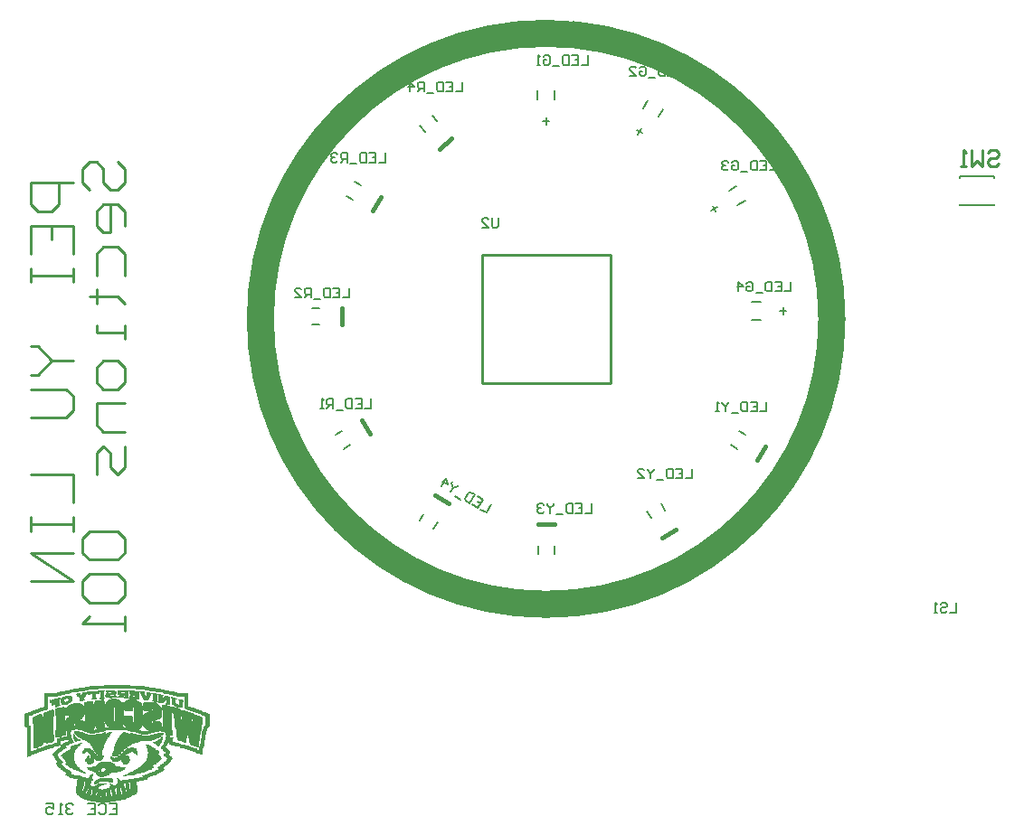
<source format=gbo>
G04*
G04 #@! TF.GenerationSoftware,Altium Limited,Altium Designer,23.9.2 (47)*
G04*
G04 Layer_Color=32896*
%FSLAX44Y44*%
%MOMM*%
G71*
G04*
G04 #@! TF.SameCoordinates,F0651375-337A-4C3E-BB8B-75B9ACF0D411*
G04*
G04*
G04 #@! TF.FilePolarity,Positive*
G04*
G01*
G75*
%ADD12C,0.2000*%
%ADD15C,0.2540*%
%ADD16C,0.1524*%
%ADD86C,2.5400*%
%ADD87C,0.4000*%
%ADD88C,0.0508*%
%ADD89C,0.1778*%
D12*
X654709Y601625D02*
X659906Y604625D01*
X655808Y605723D02*
X658808Y600527D01*
X670994Y620420D02*
X678355Y624670D01*
X679129Y606330D02*
X686490Y610580D01*
X508135Y705750D02*
Y714250D01*
X491865Y705750D02*
Y714250D01*
X497000Y685250D02*
X503000D01*
X500000Y682250D02*
Y688250D01*
X604920Y689252D02*
X609170Y696613D01*
X590830Y697387D02*
X595080Y704748D01*
X585027Y677066D02*
X590223Y674066D01*
X586125Y672968D02*
X589125Y678164D01*
X393496Y690502D02*
X397995Y685140D01*
X382005Y680860D02*
X386504Y675498D01*
X320719Y628245D02*
X326781Y624745D01*
X313219Y615255D02*
X319281Y611755D01*
X280750Y510000D02*
X287750D01*
X280750Y495000D02*
X287750D01*
X303219Y391245D02*
X309281Y394745D01*
X310719Y378255D02*
X316781Y381755D01*
X394745Y303219D02*
X398245Y309281D01*
X381755Y310719D02*
X385255Y316781D01*
X507500Y280000D02*
Y287000D01*
X492500Y280000D02*
Y287000D01*
X594630Y319281D02*
X598130Y313219D01*
X607620Y326781D02*
X611120Y320719D01*
X673219Y381755D02*
X679281Y378255D01*
X680719Y394745D02*
X686781Y391245D01*
X692750Y515635D02*
X701250D01*
X692750Y499365D02*
X701250D01*
X721750Y504500D02*
Y510500D01*
X718750Y507500D02*
X724750D01*
X887000Y606500D02*
X919000D01*
Y632250D02*
Y633500D01*
Y606500D02*
Y607750D01*
X887000Y633500D02*
X919000D01*
X887000Y632250D02*
Y633500D01*
Y606500D02*
Y607750D01*
D15*
X440000Y440000D02*
X560000D01*
X440000Y560000D02*
X560000D01*
Y440000D02*
Y560000D01*
X440000Y440000D02*
Y560000D01*
X72458Y620802D02*
X65794Y627467D01*
Y640796D01*
X72458Y647460D01*
X79123D01*
X85787Y640796D01*
Y627467D01*
X92452Y620802D01*
X99116D01*
X105781Y627467D01*
Y640796D01*
X99116Y647460D01*
X105781Y587479D02*
Y600808D01*
X99116Y607473D01*
X85787D01*
X79123Y600808D01*
Y587479D01*
X85787Y580815D01*
X92452D01*
Y607473D01*
X79123Y540828D02*
Y560821D01*
X85787Y567486D01*
X99116D01*
X105781Y560821D01*
Y540828D01*
X72458Y520834D02*
X79123D01*
Y527499D01*
Y514170D01*
Y520834D01*
X99116D01*
X105781Y514170D01*
Y494176D02*
Y480847D01*
Y487512D01*
X79123D01*
Y494176D01*
X105781Y454189D02*
Y440860D01*
X99116Y434196D01*
X85787D01*
X79123Y440860D01*
Y454189D01*
X85787Y460854D01*
X99116D01*
X105781Y454189D01*
Y420867D02*
X79123D01*
Y400873D01*
X85787Y394209D01*
X105781D01*
Y380880D02*
Y360886D01*
X99116Y354221D01*
X92452Y360886D01*
Y374215D01*
X85787Y380880D01*
X79123Y374215D01*
Y354221D01*
X72458Y300905D02*
X65794Y294241D01*
Y280912D01*
X72458Y274247D01*
X99116D01*
X105781Y280912D01*
Y294241D01*
X99116Y300905D01*
X72458D01*
Y260918D02*
X65794Y254254D01*
Y240925D01*
X72458Y234260D01*
X99116D01*
X105781Y240925D01*
Y254254D01*
X99116Y260918D01*
X72458D01*
X105781Y220931D02*
Y207602D01*
Y214267D01*
X65794D01*
X72458Y220931D01*
X57460Y627460D02*
X17473D01*
Y607467D01*
X24137Y600802D01*
X37466D01*
X44131Y607467D01*
Y627460D01*
X17473Y560815D02*
Y587473D01*
X57460D01*
Y560815D01*
X37466Y587473D02*
Y574144D01*
X17473Y547486D02*
Y534157D01*
Y540821D01*
X57460D01*
Y547486D01*
Y534157D01*
X17473Y474176D02*
X24137D01*
X37466Y460847D01*
X24137Y447518D01*
X17473D01*
X37466Y460847D02*
X57460D01*
X17473Y434189D02*
X50795D01*
X57460Y427525D01*
Y414196D01*
X50795Y407531D01*
X17473D01*
Y354215D02*
X57460D01*
Y327557D01*
X17473Y314228D02*
Y300899D01*
Y307563D01*
X57460D01*
Y314228D01*
Y300899D01*
Y280905D02*
X17473D01*
X57460Y254247D01*
X17473D01*
X913270Y655868D02*
X915809Y658407D01*
X920887D01*
X923426Y655868D01*
Y653329D01*
X920887Y650790D01*
X915809D01*
X913270Y648251D01*
Y645711D01*
X915809Y643172D01*
X920887D01*
X923426Y645711D01*
X908191Y658407D02*
Y643172D01*
X903113Y648251D01*
X898035Y643172D01*
Y658407D01*
X892956Y643172D02*
X887878D01*
X890417D01*
Y658407D01*
X892956Y655868D01*
D16*
X883802Y233975D02*
Y225088D01*
X877878D01*
X868990Y232494D02*
X870472Y233975D01*
X873434D01*
X874915Y232494D01*
Y231013D01*
X873434Y229532D01*
X870472D01*
X868990Y228051D01*
Y226569D01*
X870472Y225088D01*
X873434D01*
X874915Y226569D01*
X866028Y225088D02*
X863066D01*
X864547D01*
Y233975D01*
X866028Y232494D01*
X455050Y594401D02*
Y586995D01*
X453569Y585514D01*
X450607D01*
X449126Y586995D01*
Y594401D01*
X440238Y585514D02*
X446163D01*
X440238Y591439D01*
Y592920D01*
X441720Y594401D01*
X444682D01*
X446163Y592920D01*
X448436Y326325D02*
X443992Y318628D01*
X438861Y321590D01*
X435608Y333731D02*
X440739Y330768D01*
X436296Y323072D01*
X431165Y326034D01*
X438517Y326920D02*
X435952Y328401D01*
X433043Y335212D02*
X428599Y327515D01*
X424751Y329737D01*
X424209Y331760D01*
X427171Y336891D01*
X429194Y337434D01*
X433043Y335212D01*
X420162Y330676D02*
X415031Y333638D01*
X417650Y344099D02*
X416909Y342816D01*
X412862Y341732D01*
X411778Y345779D01*
X412519Y347061D01*
X412862Y341732D02*
X410641Y337884D01*
X401661Y343068D02*
X406105Y350764D01*
X407731Y344694D01*
X402600Y347657D01*
X542426Y326939D02*
Y318052D01*
X536502D01*
X527615Y326939D02*
X533539D01*
Y318052D01*
X527615D01*
X533539Y322496D02*
X530577D01*
X524652Y326939D02*
Y318052D01*
X520209D01*
X518727Y319533D01*
Y325458D01*
X520209Y326939D01*
X524652D01*
X515765Y316571D02*
X509840D01*
X506878Y326939D02*
Y325458D01*
X503915Y322496D01*
X500953Y325458D01*
Y326939D01*
X503915Y322496D02*
Y318052D01*
X497991Y325458D02*
X496510Y326939D01*
X493547D01*
X492066Y325458D01*
Y323977D01*
X493547Y322496D01*
X495028D01*
X493547D01*
X492066Y321015D01*
Y319533D01*
X493547Y318052D01*
X496510D01*
X497991Y319533D01*
X636152Y359705D02*
Y350818D01*
X630228D01*
X621340Y359705D02*
X627265D01*
Y350818D01*
X621340D01*
X627265Y355262D02*
X624303D01*
X618378Y359705D02*
Y350818D01*
X613935D01*
X612453Y352299D01*
Y358224D01*
X613935Y359705D01*
X618378D01*
X609491Y349337D02*
X603566D01*
X600604Y359705D02*
Y358224D01*
X597641Y355262D01*
X594679Y358224D01*
Y359705D01*
X597641Y355262D02*
Y350818D01*
X585792D02*
X591717D01*
X585792Y356743D01*
Y358224D01*
X587273Y359705D01*
X590235D01*
X591717Y358224D01*
X706256Y422189D02*
Y413302D01*
X700332D01*
X691444Y422189D02*
X697369D01*
Y413302D01*
X691444D01*
X697369Y417746D02*
X694407D01*
X688482Y422189D02*
Y413302D01*
X684039D01*
X682557Y414783D01*
Y420708D01*
X684039Y422189D01*
X688482D01*
X679595Y411821D02*
X673670D01*
X670708Y422189D02*
Y420708D01*
X667746Y417746D01*
X664783Y420708D01*
Y422189D01*
X667746Y417746D02*
Y413302D01*
X661821D02*
X658858D01*
X660340D01*
Y422189D01*
X661821Y420708D01*
X421268Y721909D02*
Y713022D01*
X415344D01*
X406456Y721909D02*
X412381D01*
Y713022D01*
X406456D01*
X412381Y717466D02*
X409419D01*
X403494Y721909D02*
Y713022D01*
X399051D01*
X397569Y714503D01*
Y720428D01*
X399051Y721909D01*
X403494D01*
X394607Y711541D02*
X388682D01*
X385720Y713022D02*
Y721909D01*
X381276D01*
X379795Y720428D01*
Y717466D01*
X381276Y715985D01*
X385720D01*
X382757D02*
X379795Y713022D01*
X372389D02*
Y721909D01*
X376833Y717466D01*
X370908D01*
X349132Y655615D02*
Y646728D01*
X343208D01*
X334320Y655615D02*
X340245D01*
Y646728D01*
X334320D01*
X340245Y651172D02*
X337283D01*
X331358Y655615D02*
Y646728D01*
X326915D01*
X325433Y648209D01*
Y654134D01*
X326915Y655615D01*
X331358D01*
X322471Y645247D02*
X316546D01*
X313584Y646728D02*
Y655615D01*
X309140D01*
X307659Y654134D01*
Y651172D01*
X309140Y649691D01*
X313584D01*
X310621D02*
X307659Y646728D01*
X304697Y654134D02*
X303216Y655615D01*
X300253D01*
X298772Y654134D01*
Y652653D01*
X300253Y651172D01*
X301734D01*
X300253D01*
X298772Y649691D01*
Y648209D01*
X300253Y646728D01*
X303216D01*
X304697Y648209D01*
X315350Y528869D02*
Y519982D01*
X309426D01*
X300539Y528869D02*
X306463D01*
Y519982D01*
X300539D01*
X306463Y524426D02*
X303501D01*
X297576Y528869D02*
Y519982D01*
X293133D01*
X291651Y521463D01*
Y527388D01*
X293133Y528869D01*
X297576D01*
X288689Y518501D02*
X282764D01*
X279802Y519982D02*
Y528869D01*
X275358D01*
X273877Y527388D01*
Y524426D01*
X275358Y522945D01*
X279802D01*
X276840D02*
X273877Y519982D01*
X264990D02*
X270915D01*
X264990Y525907D01*
Y527388D01*
X266471Y528869D01*
X269433D01*
X270915Y527388D01*
X336178Y424983D02*
Y416096D01*
X330254D01*
X321367Y424983D02*
X327291D01*
Y416096D01*
X321367D01*
X327291Y420540D02*
X324329D01*
X318404Y424983D02*
Y416096D01*
X313961D01*
X312479Y417577D01*
Y423502D01*
X313961Y424983D01*
X318404D01*
X309517Y414615D02*
X303592D01*
X300630Y416096D02*
Y424983D01*
X296186D01*
X294705Y423502D01*
Y420540D01*
X296186Y419059D01*
X300630D01*
X297668D02*
X294705Y416096D01*
X291743D02*
X288780D01*
X290261D01*
Y424983D01*
X291743Y423502D01*
X728862Y534711D02*
Y525824D01*
X722938D01*
X714051Y534711D02*
X719975D01*
Y525824D01*
X714051D01*
X719975Y530268D02*
X717013D01*
X711088Y534711D02*
Y525824D01*
X706645D01*
X705163Y527305D01*
Y533230D01*
X706645Y534711D01*
X711088D01*
X702201Y524343D02*
X696276D01*
X687389Y533230D02*
X688870Y534711D01*
X691833D01*
X693314Y533230D01*
Y527305D01*
X691833Y525824D01*
X688870D01*
X687389Y527305D01*
Y530268D01*
X690351D01*
X679983Y525824D02*
Y534711D01*
X684427Y530268D01*
X678502D01*
X715180Y648184D02*
Y639297D01*
X709255D01*
X700368Y648184D02*
X706293D01*
Y639297D01*
X700368D01*
X706293Y643741D02*
X703331D01*
X697406Y648184D02*
Y639297D01*
X692962D01*
X691481Y640778D01*
Y646703D01*
X692962Y648184D01*
X697406D01*
X688519Y637816D02*
X682594D01*
X673707Y646703D02*
X675188Y648184D01*
X678150D01*
X679632Y646703D01*
Y640778D01*
X678150Y639297D01*
X675188D01*
X673707Y640778D01*
Y643741D01*
X676669D01*
X670744Y646703D02*
X669263Y648184D01*
X666301D01*
X664820Y646703D01*
Y645222D01*
X666301Y643741D01*
X667782D01*
X666301D01*
X664820Y642259D01*
Y640778D01*
X666301Y639297D01*
X669263D01*
X670744Y640778D01*
X628786Y736387D02*
Y727500D01*
X622862D01*
X613974Y736387D02*
X619899D01*
Y727500D01*
X613974D01*
X619899Y731944D02*
X616937D01*
X611012Y736387D02*
Y727500D01*
X606569D01*
X605087Y728981D01*
Y734906D01*
X606569Y736387D01*
X611012D01*
X602125Y726019D02*
X596200D01*
X587313Y734906D02*
X588794Y736387D01*
X591757D01*
X593238Y734906D01*
Y728981D01*
X591757Y727500D01*
X588794D01*
X587313Y728981D01*
Y731944D01*
X590275D01*
X578426Y727500D02*
X584351D01*
X578426Y733425D01*
Y734906D01*
X579907Y736387D01*
X582869D01*
X584351Y734906D01*
X538870Y747055D02*
Y738168D01*
X532946D01*
X524058Y747055D02*
X529983D01*
Y738168D01*
X524058D01*
X529983Y742612D02*
X527021D01*
X521096Y747055D02*
Y738168D01*
X516653D01*
X515171Y739649D01*
Y745574D01*
X516653Y747055D01*
X521096D01*
X512209Y736687D02*
X506284D01*
X497397Y745574D02*
X498878Y747055D01*
X501841D01*
X503322Y745574D01*
Y739649D01*
X501841Y738168D01*
X498878D01*
X497397Y739649D01*
Y742612D01*
X500359D01*
X494435Y738168D02*
X491472D01*
X492953D01*
Y747055D01*
X494435Y745574D01*
D86*
X767466Y500000D02*
G03*
X767466Y500000I-267466J0D01*
G01*
D87*
X400003Y659411D02*
X411494Y669053D01*
X337468Y601255D02*
X344968Y614245D01*
X308750Y495000D02*
Y510000D01*
X327468Y405245D02*
X334968Y392255D01*
X395755Y334968D02*
X408745Y327468D01*
X492500Y308000D02*
X507500D01*
X608630Y295032D02*
X621620Y302532D01*
X697467Y367755D02*
X704968Y380745D01*
D88*
X69868Y150650D02*
X70376D01*
X20084Y106962D02*
X30244D01*
X20084Y106454D02*
X30244D01*
X20084Y105946D02*
X29736D01*
X20084Y105438D02*
X29736D01*
X20084Y104930D02*
X29736D01*
X20084Y104422D02*
X29228D01*
X20084Y103914D02*
X29228D01*
X20084Y103406D02*
X28720D01*
X31768Y102898D02*
X33292D01*
X20084D02*
X28720D01*
X31768Y102390D02*
X32784D01*
X20084D02*
X28720D01*
X20084Y101882D02*
X28720D01*
X20084Y101374D02*
X28212D01*
X20084Y100866D02*
X28212D01*
X20084Y100358D02*
X27196D01*
X20084Y99850D02*
X25672D01*
X20084Y99342D02*
X24656D01*
X21100Y98834D02*
X23640D01*
X20084D02*
X20592D01*
X21100Y98326D02*
X22116D01*
X25164Y97818D02*
X34308D01*
X23640Y97310D02*
X32276D01*
X23132Y96802D02*
X31768D01*
X21608Y96294D02*
X29736D01*
X20084Y95786D02*
X28212D01*
X19068Y95278D02*
X27196D01*
X17544Y94770D02*
X25672D01*
X20084Y127282D02*
X27704D01*
X19576Y126774D02*
X27704D01*
X19576Y126266D02*
X27704D01*
X19576Y125758D02*
X27704D01*
X19576Y125250D02*
X27704D01*
X19576Y124742D02*
X27704D01*
X19576Y124234D02*
X27704D01*
X19576Y123726D02*
X27196D01*
X19576Y123218D02*
X27196D01*
X19576Y122710D02*
X27196D01*
X20084Y111026D02*
X31260D01*
X20084Y110518D02*
X31260D01*
X20084Y110010D02*
X31260D01*
X20084Y109502D02*
X30752D01*
X20084Y108994D02*
X30752D01*
X20084Y108486D02*
X30244D01*
X20084Y107978D02*
X30244D01*
Y146078D02*
X33292D01*
X30244Y145570D02*
X33292D01*
X30244Y145062D02*
X33292D01*
X30244Y144554D02*
X33292D01*
X30244Y144046D02*
X33292D01*
X30244Y143538D02*
X33292D01*
X30244Y143030D02*
X33292D01*
X30244Y142522D02*
X33292D01*
X30244Y142014D02*
X33292D01*
X30244Y141506D02*
X33292D01*
X30244Y140998D02*
X33292D01*
X30244Y140490D02*
X33292D01*
X30244Y139982D02*
X33292D01*
X30244Y139474D02*
X33292D01*
X30244Y138966D02*
X33292D01*
X30244Y138458D02*
X33292D01*
X30244Y137950D02*
X33292D01*
X30244Y137442D02*
X33292D01*
X30244Y136934D02*
X33292D01*
X29736Y136426D02*
X33292D01*
X27704Y135918D02*
X33292D01*
X26180Y135410D02*
X33292D01*
X24656Y134902D02*
X33292D01*
X23640Y134394D02*
X32276D01*
X22116Y133886D02*
X30752D01*
X20592Y133378D02*
X28720D01*
X19576Y132870D02*
X28212D01*
X18052Y132362D02*
X26180D01*
X16528Y131854D02*
X24656D01*
X15004Y131346D02*
X23132D01*
X25672Y129822D02*
X26688D01*
X25164Y129314D02*
X26688D01*
X23640Y128806D02*
X27704D01*
X22116Y128298D02*
X27704D01*
X41420Y86642D02*
X45484D01*
X41928Y86134D02*
X45484D01*
X42436Y85626D02*
X46500D01*
X42436Y85118D02*
X46500D01*
X41928Y84610D02*
X47008D01*
X41420Y84102D02*
X46500D01*
X41420Y83594D02*
X45992D01*
X41420Y83086D02*
X45484D01*
X41928Y82578D02*
X45992D01*
X42436Y82070D02*
X46500D01*
X42436Y81562D02*
X47008D01*
X43452Y81054D02*
X47516D01*
X43960Y80546D02*
X48024D01*
X43960Y80038D02*
X48532D01*
X44976Y79530D02*
X49040D01*
X45484Y79022D02*
X50056D01*
X45992Y78514D02*
X50564D01*
X46500Y78006D02*
X51580D01*
X47008Y77498D02*
X52596D01*
X48024Y76990D02*
X53612D01*
X48532Y76482D02*
X54120D01*
X51072Y74958D02*
X54628D01*
X50564Y74450D02*
X54120D01*
X50564Y73942D02*
X54628D01*
X40912Y142014D02*
X43960D01*
X35324D02*
X40404D01*
X45484Y141506D02*
X49040D01*
X40912D02*
X43960D01*
X35324D02*
X39896D01*
X45484Y140998D02*
X54120D01*
X38880D02*
X43960D01*
X35324D02*
X37356D01*
X45484Y140490D02*
X53612D01*
X36848D02*
X43960D01*
X35324D02*
X36340D01*
X46500Y139982D02*
X52088D01*
X36848D02*
X43960D01*
X46500Y139474D02*
X51580D01*
X36848D02*
X43960D01*
X40912Y138966D02*
X43960D01*
X36848D02*
X39896D01*
X40912Y138458D02*
X44468D01*
X36848D02*
X37864D01*
X40912Y137950D02*
X44468D01*
X36848D02*
X37356D01*
X40404Y137442D02*
X42944D01*
X47516Y136934D02*
X48532D01*
X40404D02*
X41420D01*
X47008Y136426D02*
X48532D01*
X44468Y135918D02*
X50056D01*
X37356Y133886D02*
X38372D01*
X35324Y133378D02*
X38372D01*
X40404Y131346D02*
X49040D01*
X40404Y130838D02*
X49040D01*
X40404Y130330D02*
X49040D01*
X40912Y129822D02*
X49040D01*
X50056Y129314D02*
X50564D01*
X40912D02*
X49040D01*
X51072Y128806D02*
X53104D01*
X41420D02*
X49040D01*
X41420Y128298D02*
X49040D01*
X41420Y149634D02*
X53612D01*
X68852Y66322D02*
X73424D01*
X61232D02*
X66820D01*
X68852Y65814D02*
X73424D01*
X61232D02*
X66820D01*
X68852Y65306D02*
X72916D01*
X61232D02*
X66820D01*
X68344Y64798D02*
X72916D01*
X61232D02*
X66820D01*
X68344Y64290D02*
X72916D01*
X61232D02*
X66820D01*
X68344Y63782D02*
X72916D01*
X61232D02*
X66820D01*
X68344Y63274D02*
X72916D01*
X61232D02*
X66820D01*
X68344Y62766D02*
X73424D01*
X60724D02*
X66312D01*
X68344Y62258D02*
X73932D01*
X60724D02*
X66312D01*
X67836Y61750D02*
X70376D01*
X60216D02*
X65804D01*
X67836Y61242D02*
X70376D01*
X60216D02*
X65804D01*
X67328Y60734D02*
X70376D01*
X60216D02*
X65804D01*
X67328Y60226D02*
X70376D01*
X59708D02*
X65804D01*
X67328Y59718D02*
X70376D01*
X59708D02*
X65296D01*
X66820Y59210D02*
X69868D01*
X59708D02*
X65296D01*
X71392Y58702D02*
X73932D01*
X66820D02*
X69868D01*
X59708D02*
X64788D01*
X70884Y58194D02*
X73932D01*
X66312D02*
X69360D01*
X60216D02*
X64788D01*
X70884Y57686D02*
X73932D01*
X66312D02*
X69360D01*
X60216D02*
X64788D01*
X70884Y57178D02*
X73932D01*
X65804D02*
X68852D01*
X60216D02*
X64788D01*
X70376Y56670D02*
X73424D01*
X60216D02*
X68852D01*
X70376Y56162D02*
X73424D01*
X60216D02*
X68852D01*
X70376Y55654D02*
X73424D01*
X60724D02*
X68852D01*
X60724Y55146D02*
X72916D01*
X60724Y54638D02*
X72916D01*
X61740Y54130D02*
X72916D01*
X70376Y84102D02*
X74948D01*
X70884Y83594D02*
X73932D01*
X55644Y79530D02*
X62248D01*
X56660Y79022D02*
X62756D01*
X57168Y78514D02*
X63264D01*
X58184Y78006D02*
X63772D01*
X60216Y77498D02*
X64788D01*
X61740Y76990D02*
X65296D01*
X62248Y76482D02*
X65804D01*
X64280Y75974D02*
X66312D01*
X65804Y75466D02*
X67328D01*
X66820Y74958D02*
X67836D01*
X68344Y74450D02*
X68852D01*
X73932Y72926D02*
X74948D01*
X73424Y72418D02*
X74948D01*
X72916Y71910D02*
X74440D01*
X72408Y71402D02*
X74440D01*
X72408Y70894D02*
X74440D01*
X71900Y70386D02*
X74440D01*
X56152D02*
X68852D01*
X71900Y69878D02*
X74440D01*
X57168D02*
X69868D01*
X71900Y69370D02*
X74440D01*
X60724D02*
X70884D01*
X61740Y68862D02*
X74948D01*
X61740Y68354D02*
X74948D01*
X61232Y67846D02*
X74948D01*
X68852Y67338D02*
X73932D01*
X61232D02*
X67328D01*
X57676Y106962D02*
X61232D01*
X58184Y106454D02*
X62248D01*
X58184Y105946D02*
X63264D01*
X58692Y105438D02*
X63264D01*
X58692Y104930D02*
X61740D01*
X59200Y104422D02*
X60216D01*
X63772Y102390D02*
X64788D01*
X61740Y101882D02*
X63772D01*
X60216Y101374D02*
X63264D01*
X58184Y100866D02*
X62248D01*
X57168Y100358D02*
X62248D01*
X55644Y99850D02*
X61740D01*
X68344Y97818D02*
X71392D01*
X55644D02*
X59708D01*
X67328Y97310D02*
X72916D01*
X67328Y96802D02*
X73424D01*
X66820Y96294D02*
X73932D01*
X66820Y95786D02*
X74948D01*
X66312Y94770D02*
X69360D01*
X66312Y94262D02*
X68344D01*
X66312Y93754D02*
X67836D01*
X66312Y93246D02*
X67328D01*
X71392Y90706D02*
X71900D01*
X70884Y90198D02*
X71900D01*
X73424Y89690D02*
X74948D01*
X70376D02*
X71900D01*
X69868Y89182D02*
X71900D01*
X69868Y88674D02*
X72408D01*
X69360Y88166D02*
X72408D01*
X63772Y123726D02*
X65804D01*
X60724Y123218D02*
X67328D01*
X59200Y122202D02*
X67328D01*
X59200Y121694D02*
X67328D01*
X59200Y121186D02*
X67328D01*
X59200Y120678D02*
X67328D01*
X59200Y120170D02*
X67328D01*
X59200Y119662D02*
X67328D01*
X58692Y119154D02*
X67328D01*
X58184Y118646D02*
X67328D01*
X64788Y115090D02*
X73424D01*
X59708Y114074D02*
X60216D01*
X58184D02*
X59200D01*
X58184Y113566D02*
X62756D01*
X58692Y113058D02*
X64788D01*
X58692Y112550D02*
X65804D01*
X58692Y112042D02*
X67328D01*
X59200Y111534D02*
X68852D01*
X59708Y111026D02*
X70376D01*
X57168D02*
X57676D01*
X60216Y110518D02*
X70884D01*
X57168D02*
X57676D01*
X57168Y110010D02*
X58184D01*
X57168Y109502D02*
X58692D01*
X57168Y108994D02*
X58692D01*
X57168Y108486D02*
X59200D01*
X57168Y107978D02*
X60216D01*
X65296Y147602D02*
X68344D01*
X60724D02*
X64788D01*
X61232Y147094D02*
X68344D01*
X61740Y146586D02*
X67836D01*
X62248Y146078D02*
X67328D01*
X63264Y145570D02*
X66820D01*
X63264Y145062D02*
X66820D01*
X63264Y144554D02*
X66820D01*
X63264Y144046D02*
X66820D01*
X63264Y143538D02*
X67328D01*
X63264Y143030D02*
X67328D01*
X63264Y142522D02*
X65804D01*
X72408Y142014D02*
X74948D01*
X70376Y141506D02*
X74948D01*
X57676Y139982D02*
X63264D01*
X56660Y139474D02*
X63772D01*
X68344Y135918D02*
X74948D01*
X68344Y135410D02*
X74948D01*
X68344Y134902D02*
X74948D01*
X68344Y134394D02*
X74948D01*
X59200Y133378D02*
X67328D01*
X59200Y132870D02*
X67328D01*
X59200Y132362D02*
X67328D01*
X59200Y131854D02*
X67328D01*
X58692Y131346D02*
X67328D01*
X58692Y130838D02*
X67328D01*
X56152Y129314D02*
X66820D01*
X71900Y151158D02*
X72408D01*
X41928Y106454D02*
X52088D01*
X42436Y105946D02*
X49548D01*
X42436Y105438D02*
X48532D01*
X42436Y104930D02*
X45992D01*
X42436Y104422D02*
X44976D01*
X42436Y103914D02*
X44976D01*
X42436Y103406D02*
X44976D01*
X41420Y102898D02*
X44976D01*
X39896Y102390D02*
X44976D01*
X47008Y101882D02*
X53612D01*
X38372D02*
X44976D01*
X46500Y101374D02*
X52088D01*
X36340D02*
X44976D01*
Y100866D02*
X50564D01*
X45484Y100358D02*
X50056D01*
X45992Y99850D02*
X49548D01*
X45992Y99342D02*
X50056D01*
X45484Y98834D02*
X50564D01*
X44976Y98326D02*
X50056D01*
X43960Y97818D02*
X49040D01*
X43452Y97310D02*
X48024D01*
X42436Y96802D02*
X47516D01*
X41928Y96294D02*
X46500D01*
X41420Y95786D02*
X45992D01*
X40912Y95278D02*
X45484D01*
X40404Y94770D02*
X44468D01*
X39896Y94262D02*
X43960D01*
X39388Y93754D02*
X43452D01*
X38880Y93246D02*
X42436D01*
X38372Y92738D02*
X41928D01*
X38372Y92230D02*
X41420D01*
X38372Y91722D02*
X41928D01*
X38880Y91214D02*
X41928D01*
X38880Y90706D02*
X42436D01*
X39388Y90198D02*
X42436D01*
X39896Y89690D02*
X42944D01*
X39896Y89182D02*
X43452D01*
X40404Y88674D02*
X43452D01*
X40404Y88166D02*
X43960D01*
X40912Y87658D02*
X44468D01*
X41420Y127282D02*
X49040D01*
X41420Y126774D02*
X49040D01*
X41420Y126266D02*
X49040D01*
X41420Y125758D02*
X49040D01*
X41420Y125250D02*
X49040D01*
X41420Y124742D02*
X49040D01*
X41420Y124234D02*
X49040D01*
X41420Y123726D02*
X49040D01*
X41420Y123218D02*
X49040D01*
X41420Y122710D02*
X49040D01*
X41420Y122202D02*
X49040D01*
X41420Y121694D02*
X49040D01*
X41420Y121186D02*
X49040D01*
X41420Y120678D02*
X49040D01*
X41420Y120170D02*
X49040D01*
X41420Y119662D02*
X49040D01*
X41420Y119154D02*
X49040D01*
X41420Y118646D02*
X49040D01*
X41420Y118138D02*
X49040D01*
X41420Y117630D02*
X49040D01*
X41420Y117122D02*
X49040D01*
X41420Y116614D02*
X49040D01*
X41420Y116106D02*
X49040D01*
X41420Y115598D02*
X49040D01*
X41420Y115090D02*
X49548D01*
X40912Y114582D02*
X50056D01*
X40912Y114074D02*
X50056D01*
X51580Y113566D02*
X54628D01*
X40404D02*
X50056D01*
X51580Y113058D02*
X54120D01*
X40404D02*
X50056D01*
X51580Y112550D02*
X54120D01*
X40404D02*
X50056D01*
X51580Y112042D02*
X54120D01*
X40404D02*
X50056D01*
X51580Y111534D02*
X54120D01*
X40404D02*
X50056D01*
X51580Y111026D02*
X54120D01*
X40404D02*
X50056D01*
X51580Y110518D02*
X54628D01*
X40404D02*
X50056D01*
X51580Y110010D02*
X54628D01*
X40404D02*
X48532D01*
X51580Y109502D02*
X54628D01*
X40404D02*
X46500D01*
X40404Y108994D02*
X45484D01*
X41420Y108486D02*
X43452D01*
X50564Y147094D02*
X54120D01*
X49548Y146586D02*
X54628D01*
X42944Y145062D02*
X44468D01*
X46500Y144554D02*
X50056D01*
X41928D02*
X44468D01*
X45992Y144046D02*
X49040D01*
X39896D02*
X43960D01*
X45484Y143538D02*
X48532D01*
X37864D02*
X43960D01*
X45484Y143030D02*
X48532D01*
X36848D02*
X43960D01*
X35324D02*
X35832D01*
X45484Y142522D02*
X48532D01*
X35324D02*
X43960D01*
X45484Y142014D02*
X48532D01*
X100856Y109502D02*
X124224D01*
X100856Y108994D02*
X138448D01*
X99840Y107978D02*
X136924D01*
X100348Y108486D02*
X137432D01*
X136924Y148110D02*
X138956D01*
X140988Y127790D02*
X149116D01*
X165372Y107470D02*
X175532D01*
X167912Y127790D02*
X175024D01*
X159276D02*
X167404D01*
X177564Y107470D02*
X180104D01*
X181120Y127790D02*
X184168D01*
X13988Y106962D02*
X16528D01*
X13988Y106454D02*
X16528D01*
X13988Y105946D02*
X16528D01*
X13988Y105438D02*
X16528D01*
X13988Y104930D02*
X16528D01*
X13988Y104422D02*
X16528D01*
X13988Y103914D02*
X16528D01*
X13988Y103406D02*
X16528D01*
X13988Y102898D02*
X16528D01*
X13988Y102390D02*
X16528D01*
X13988Y101882D02*
X16528D01*
X13988Y101374D02*
X16528D01*
X13988Y100866D02*
X16528D01*
X13988Y100358D02*
X16528D01*
X13988Y99850D02*
X16528D01*
X13988Y99342D02*
X16528D01*
X13988Y98834D02*
X16528D01*
X13988Y98326D02*
X16528D01*
X13988Y97818D02*
X16528D01*
X13988Y97310D02*
X16528D01*
X13988Y96802D02*
X16528D01*
X13988Y96294D02*
X16528D01*
X13988Y95786D02*
X16528D01*
X13988Y95278D02*
X16528D01*
X13988Y94770D02*
X16528D01*
X13988Y94262D02*
X24148D01*
X13988Y93754D02*
X23132D01*
X13988Y93246D02*
X21608D01*
X13988Y92738D02*
X20084D01*
X13988Y92230D02*
X18560D01*
X13988Y91722D02*
X18052D01*
X13988Y91214D02*
X16528D01*
X13988Y90706D02*
X15004D01*
X13988Y90198D02*
X14496D01*
X11956Y127282D02*
X15004D01*
X11956Y126774D02*
X15004D01*
X11956Y126266D02*
X15004D01*
X11956Y125758D02*
X15004D01*
X11956Y125250D02*
X15004D01*
X11956Y124742D02*
X15004D01*
X11956Y124234D02*
X15004D01*
X11956Y123726D02*
X15004D01*
X11956Y123218D02*
X15004D01*
X11956Y122710D02*
X15004D01*
X11956Y122202D02*
X15004D01*
X11956Y121694D02*
X15004D01*
X11956Y121186D02*
X15004D01*
X11956Y120678D02*
X15004D01*
X11956Y120170D02*
X15004D01*
X11956Y119662D02*
X15512D01*
X11956Y119154D02*
X16528D01*
X68344Y122710D02*
X78504D01*
X50056D02*
X67328D01*
X27704D02*
X38372D01*
X68344Y122202D02*
X78504D01*
X50056D02*
X58692D01*
X68344Y121694D02*
X78504D01*
X49548D02*
X58184D01*
X68344Y121186D02*
X77996D01*
X49548D02*
X58184D01*
X68344Y120678D02*
X77996D01*
X49548D02*
X57676D01*
X68344Y120170D02*
X77488D01*
X49548D02*
X57676D01*
X68344Y119662D02*
X77488D01*
X49548D02*
X57676D01*
X68344Y119154D02*
X77488D01*
X49548D02*
X57676D01*
X68344Y118646D02*
X76980D01*
X49548D02*
X57676D01*
X68344Y118138D02*
X76980D01*
X49548D02*
X67328D01*
X68344Y117630D02*
X76980D01*
X49548D02*
X67328D01*
X68344Y117122D02*
X76980D01*
X50056D02*
X67328D01*
X50056Y116614D02*
X76472D01*
X50056Y116106D02*
X75964D01*
X61740Y115598D02*
X75964D01*
X50056D02*
X58184D01*
X50564Y115090D02*
X55644D01*
X66312Y114582D02*
X87140D01*
X51072D02*
X55136D01*
X67328Y114074D02*
X85616D01*
X51580D02*
X55136D01*
X68344Y113566D02*
X83076D01*
X69868Y113058D02*
X81044D01*
X72408Y112042D02*
X76980D01*
X31768Y111026D02*
X38372D01*
X31768Y110518D02*
X38372D01*
X60724Y110010D02*
X90696D01*
X31768D02*
X38880D01*
X61232Y109502D02*
X90188D01*
X31260D02*
X38880D01*
X61740Y108994D02*
X90188D01*
X50564D02*
X55136D01*
X31260D02*
X38880D01*
X62248Y108486D02*
X89680D01*
X48532D02*
X55136D01*
X31260D02*
X38880D01*
X63264Y107978D02*
X89172D01*
X45992D02*
X55136D01*
X30752D02*
X38880D01*
X95268Y147602D02*
X96792D01*
X74948D02*
X77996D01*
X30244D02*
X45484D01*
X87140Y147094D02*
X97300D01*
X74948D02*
X77996D01*
X30244D02*
X42436D01*
X87140Y146586D02*
X97300D01*
X74948D02*
X77996D01*
X30244D02*
X41420D01*
X87648Y146078D02*
X97300D01*
X74948D02*
X77996D01*
X48532D02*
X55644D01*
X88664Y145570D02*
X97808D01*
X74948D02*
X77996D01*
X47516D02*
X55644D01*
X74948Y145062D02*
X78504D01*
X46500D02*
X56152D01*
X74948Y144554D02*
X78504D01*
X52596D02*
X56152D01*
X93236Y144046D02*
X97300D01*
X74440D02*
X77488D01*
X53104D02*
X56152D01*
X91204Y143538D02*
X99332D01*
X53104D02*
X55644D01*
X90696Y143030D02*
X99840D01*
X53104D02*
X55644D01*
X89680Y142522D02*
X100856D01*
X52088D02*
X55644D01*
X51580Y142014D02*
X55136D01*
X50564Y141506D02*
X55136D01*
X67328Y140998D02*
X75456D01*
X67328Y140490D02*
X75456D01*
X67328Y139982D02*
X75456D01*
X67328Y139474D02*
X75456D01*
X67328Y138966D02*
X75456D01*
X55136D02*
X64788D01*
X67328Y138458D02*
X75456D01*
X54120D02*
X65804D01*
X67328Y137950D02*
X75456D01*
X53612D02*
X65804D01*
X67328Y137442D02*
X75456D01*
X52596D02*
X66820D01*
X67328Y136934D02*
X75456D01*
X52088D02*
X66820D01*
X67328Y136426D02*
X75456D01*
X51580D02*
X66820D01*
X75456Y135918D02*
X85616D01*
X50564D02*
X67328D01*
X75456Y135410D02*
X85616D01*
X42436D02*
X67328D01*
X75456Y134902D02*
X85616D01*
X40404D02*
X67328D01*
X75456Y134394D02*
X85616D01*
X40404D02*
X67328D01*
X68344Y133886D02*
X85616D01*
X40404D02*
X67328D01*
X68344Y133378D02*
X85616D01*
X40404D02*
X58692D01*
X68344Y132870D02*
X85616D01*
X40404D02*
X58184D01*
X34816D02*
X38880D01*
X68344Y132362D02*
X85616D01*
X40404D02*
X58184D01*
X32784D02*
X38880D01*
X68344Y131854D02*
X85616D01*
X40404D02*
X57676D01*
X31260D02*
X38880D01*
X68344Y131346D02*
X85616D01*
X50056D02*
X57676D01*
X30244D02*
X38880D01*
X68344Y130838D02*
X85616D01*
X50056D02*
X57676D01*
X30244D02*
X38880D01*
X68344Y130330D02*
X85616D01*
X50056D02*
X67328D01*
X29736D02*
X38880D01*
X68344Y129822D02*
X85616D01*
X50056D02*
X67328D01*
X29736D02*
X38880D01*
X68344Y129314D02*
X85616D01*
X51072D02*
X55136D01*
X29736D02*
X38880D01*
X68344Y128806D02*
X85616D01*
X55136D02*
X66820D01*
X29228D02*
X38880D01*
X50056Y94262D02*
X58184D01*
X71900Y93754D02*
X76980D01*
X49040D02*
X57676D01*
X94252Y93246D02*
X100856D01*
X72408D02*
X76980D01*
X48532D02*
X57676D01*
X94252Y92738D02*
X100856D01*
X72916D02*
X77488D01*
X48024D02*
X57168D01*
X94252Y92230D02*
X100348D01*
X73424D02*
X78504D01*
X47008D02*
X57168D01*
X94252Y91722D02*
X99332D01*
X73424D02*
X78504D01*
X46500D02*
X57168D01*
X94252Y91214D02*
X98824D01*
X45992D02*
X57168D01*
X46500Y90706D02*
X57168D01*
X47008Y90198D02*
X57168D01*
X75456Y89690D02*
X85108D01*
X47008D02*
X57168D01*
X73424Y89182D02*
X75456D01*
X47516D02*
X57168D01*
X72916Y88674D02*
X75456D01*
X48024D02*
X57168D01*
X72916Y88166D02*
X75964D01*
X48532D02*
X57168D01*
X68852Y87658D02*
X76472D01*
X49040D02*
X57676D01*
X68344Y127282D02*
X85616D01*
X53104D02*
X65804D01*
X28720D02*
X38372D01*
X68344Y126774D02*
X85616D01*
X52088D02*
X65296D01*
X28720D02*
X38372D01*
X68344Y126266D02*
X85616D01*
X51580D02*
X65296D01*
X28720D02*
X38372D01*
X68344Y125758D02*
X85616D01*
X51072D02*
X64788D01*
X28720D02*
X38372D01*
X68344Y125250D02*
X85616D01*
X50564D02*
X63772D01*
X28212D02*
X38372D01*
X68344Y124742D02*
X85616D01*
X50564D02*
X63264D01*
X28212D02*
X38372D01*
X68344Y124234D02*
X85616D01*
X50056D02*
X62756D01*
X28212D02*
X38372D01*
X68344Y123726D02*
X85616D01*
X50056D02*
X61740D01*
X28212D02*
X38372D01*
X68344Y123218D02*
X78504D01*
X50056D02*
X60216D01*
X27704D02*
X38372D01*
X68344Y128298D02*
X85616D01*
X54120D02*
X66820D01*
X29228D02*
X38880D01*
X62248Y154206D02*
X91204D01*
X57168Y153190D02*
X76980D01*
X54120Y152682D02*
X71392D01*
X52088Y152174D02*
X67328D01*
X88664Y151666D02*
X95776D01*
X50056D02*
X65296D01*
X87648Y151158D02*
X96792D01*
X74948D02*
X81552D01*
X48024D02*
X61740D01*
X87648Y150650D02*
X97300D01*
X71392D02*
X81552D01*
X44976D02*
X58692D01*
X92728Y150142D02*
X97300D01*
X71392D02*
X81552D01*
X42436D02*
X55136D01*
X90188Y149634D02*
X97300D01*
X71392D02*
X81552D01*
X88156Y149126D02*
X96792D01*
X71392D02*
X77996D01*
X30244D02*
X51580D01*
X87648Y148618D02*
X96284D01*
X74948D02*
X77996D01*
X30244D02*
X49040D01*
X125748Y86642D02*
X137940D01*
X125240Y86134D02*
X137432D01*
X125240Y85626D02*
X136924D01*
X124732Y85118D02*
X136416D01*
Y80038D02*
X140988D01*
X116096Y78006D02*
X128796D01*
X135908Y77498D02*
X141496D01*
X115588D02*
X127272D01*
X134892Y76990D02*
X140480D01*
X114064D02*
X125748D01*
X133876Y76482D02*
X140480D01*
X113556D02*
X125240D01*
X132860Y75974D02*
X138956D01*
X112540D02*
X123208D01*
X131336Y75466D02*
X137940D01*
X111016D02*
X121176D01*
X130320Y74958D02*
X137432D01*
X128796Y74450D02*
X136416D01*
X114572Y69370D02*
X126256D01*
X109492Y68862D02*
X126256D01*
X177056Y106962D02*
X180104D01*
X154704D02*
X162832D01*
X177056Y106454D02*
X180104D01*
X155212D02*
X162832D01*
X177056Y105946D02*
X180104D01*
X155212D02*
X162832D01*
X176548Y105438D02*
X179596D01*
X155720D02*
X162832D01*
X176548Y104930D02*
X179596D01*
X135908D02*
X139464D01*
X176548Y104422D02*
X179596D01*
X134384D02*
X139464D01*
X176548Y103914D02*
X179596D01*
X133876D02*
X139464D01*
X176548Y103406D02*
X179596D01*
X132352D02*
X138956D01*
X176548Y102898D02*
X179596D01*
X132860D02*
X138956D01*
X176548Y102390D02*
X179088D01*
X133876D02*
X138448D01*
X176040Y101882D02*
X179088D01*
X147592D02*
X157752D01*
X134384D02*
X137940D01*
X176040Y101374D02*
X179088D01*
X149116D02*
X159784D01*
X135400D02*
X137940D01*
X176040Y100866D02*
X179088D01*
X151656D02*
X161816D01*
X135908D02*
X137432D01*
X176040Y100358D02*
X179088D01*
X152672D02*
X162832D01*
X136416D02*
X136924D01*
X176040Y99850D02*
X178580D01*
X154704D02*
X164864D01*
X175532Y99342D02*
X178580D01*
X175532Y98834D02*
X178580D01*
X175532Y98326D02*
X178580D01*
X175532Y97818D02*
X178072D01*
X175532Y97310D02*
X178072D01*
X175532Y96802D02*
X178072D01*
X175024Y96294D02*
X178072D01*
X167912Y95786D02*
X178072D01*
X168928Y95278D02*
X178072D01*
X170452Y94770D02*
X177564D01*
X127780D02*
X136924D01*
X91712Y64290D02*
X92220D01*
X80536D02*
X88156D01*
X92220Y63782D02*
X93744D01*
X79520D02*
X85108D01*
X78504Y63274D02*
X82568D01*
X77996Y62766D02*
X82060D01*
X76980Y62258D02*
X81044D01*
X85616Y59210D02*
X92220D01*
X79520Y57178D02*
X91712D01*
X88664Y56670D02*
X91712D01*
X80028D02*
X87140D01*
X88664Y56162D02*
X91712D01*
X84092D02*
X87140D01*
X80028D02*
X82568D01*
X88664Y55654D02*
X91712D01*
X84092D02*
X87140D01*
X80028D02*
X82568D01*
X89172Y55146D02*
X91712D01*
X84092D02*
X87140D01*
X79520D02*
X82568D01*
X88664Y54638D02*
X92220D01*
X84092D02*
X87140D01*
X79520D02*
X82568D01*
X88664Y54130D02*
X92220D01*
X84092D02*
X87140D01*
X79520D02*
X82568D01*
X89172Y53622D02*
X92220D01*
X84092D02*
X87140D01*
X79012D02*
X82568D01*
X84092Y53114D02*
X87140D01*
X79012D02*
X82060D01*
X84092Y52606D02*
X87648D01*
X79012D02*
X82060D01*
X78504Y48034D02*
X91712D01*
X81552Y47526D02*
X87648D01*
X79012Y86642D02*
X82568D01*
X86124Y85118D02*
X90188D01*
X83076Y84610D02*
X92220D01*
X81552Y84102D02*
X93744D01*
X80536Y83594D02*
X93744D01*
X80028Y83086D02*
X95268D01*
X79520Y82578D02*
X94760D01*
X87140Y76990D02*
X87648D01*
X82060D02*
X82568D01*
X86632Y76482D02*
X87648D01*
X82060D02*
X82568D01*
X86124Y75974D02*
X88156D01*
X81552D02*
X83076D01*
X81552Y75466D02*
X93236D01*
X81552Y74958D02*
X92220D01*
X79012Y74450D02*
X91712D01*
X79012Y73942D02*
X90696D01*
X79520Y73434D02*
X90188D01*
X80028Y72926D02*
X89172D01*
X80536Y72418D02*
X87648D01*
X81552Y71910D02*
X86632D01*
X82060Y71402D02*
X85108D01*
Y69878D02*
X90188D01*
X82060Y69370D02*
X92728D01*
X80536Y68862D02*
X93744D01*
X79012Y68354D02*
X94252D01*
X79012Y67846D02*
X94252D01*
X77996Y67338D02*
X94252D01*
X75964Y97818D02*
X84600D01*
X75964Y97310D02*
X84600D01*
X76472Y96802D02*
X84600D01*
X76980Y96294D02*
X84092D01*
X76980Y95786D02*
X84092D01*
X76980Y95278D02*
X84092D01*
X77488Y94770D02*
X84092D01*
X77996Y94262D02*
X84092D01*
X78504Y93754D02*
X83584D01*
X78504Y93246D02*
X83584D01*
X79012Y92738D02*
X83584D01*
X80028Y92230D02*
X83584D01*
X80028Y91722D02*
X83584D01*
X84600Y91214D02*
X85108D01*
X81552D02*
X83076D01*
X84092Y90706D02*
X85108D01*
X92220Y90198D02*
X92728D01*
X83584D02*
X85108D01*
X92220Y89690D02*
X93236D01*
X92220Y89182D02*
X94760D01*
X75964D02*
X84600D01*
X75964Y88674D02*
X84600D01*
X76980Y88166D02*
X84092D01*
X77488Y87658D02*
X83584D01*
X86632Y127282D02*
X94760D01*
X86632Y126774D02*
X94760D01*
X86632Y126266D02*
X94760D01*
X86632Y125758D02*
X94760D01*
X86632Y125250D02*
X94760D01*
X86632Y124742D02*
X94760D01*
X86632Y124234D02*
X94760D01*
X86632Y123726D02*
X94760D01*
X86632Y123218D02*
X95268D01*
X79012D02*
X85616D01*
X79012Y122710D02*
X85616D01*
X79012Y122202D02*
X85616D01*
X79012Y121694D02*
X86124D01*
X78504Y121186D02*
X86632D01*
X78504Y120678D02*
X86632D01*
X78504Y120170D02*
X86632D01*
X78504Y119662D02*
X86632D01*
X78504Y119154D02*
X86632D01*
X78504Y118646D02*
X86632D01*
X78504Y118138D02*
X86632D01*
X78504Y117630D02*
X86632D01*
X77488Y115090D02*
X91712D01*
X92220Y113058D02*
X93236D01*
X90696Y112550D02*
X92728D01*
X86632D02*
X87140D01*
X88664Y112042D02*
X92220D01*
X84600D02*
X87140D01*
X83076Y111534D02*
X91712D01*
X81552Y111026D02*
X91712D01*
X81044Y110518D02*
X91204D01*
X87140Y147602D02*
X91712D01*
X82568D02*
X85616D01*
X82568Y147094D02*
X85616D01*
X82568Y146586D02*
X85616D01*
X82568Y146078D02*
X85616D01*
X82568Y145570D02*
X85616D01*
X91204Y145062D02*
X93236D01*
X82060D02*
X86124D01*
X84600Y144554D02*
X85616D01*
X82060D02*
X84092D01*
Y143030D02*
X85616D01*
X77996Y142522D02*
X85616D01*
X77488Y142014D02*
X86632D01*
X77488Y141506D02*
X86632D01*
X77488Y140998D02*
X86632D01*
X76980Y140490D02*
X86632D01*
X76980Y139982D02*
X86632D01*
X76980Y139474D02*
X86632D01*
X76472Y138966D02*
X86632D01*
X76472Y138458D02*
X86632D01*
X75964Y137950D02*
X86632D01*
Y137442D02*
X95268D01*
X75964D02*
X86124D01*
X86632Y136934D02*
X95268D01*
X75964D02*
X85616D01*
X86632Y136426D02*
X95268D01*
X75964D02*
X85616D01*
X86632Y135918D02*
X94760D01*
X86632Y135410D02*
X94760D01*
X86632Y134902D02*
X94760D01*
X86632Y134394D02*
X94760D01*
X86632Y133886D02*
X94760D01*
X86632Y133378D02*
X94760D01*
X86632Y132870D02*
X94760D01*
X86632Y132362D02*
X94760D01*
X86632Y131854D02*
X94760D01*
X86632Y131346D02*
X94760D01*
X86632Y130838D02*
X94760D01*
X86632Y130330D02*
X94760D01*
X86632Y129822D02*
X94760D01*
X86632Y129314D02*
X94760D01*
X86632Y128806D02*
X94760D01*
X86632Y128298D02*
X94760D01*
X89680Y152174D02*
X95268D01*
X80536D02*
X81552D01*
X87648Y151666D02*
X88156D01*
X82060D02*
X86124D01*
X80536D02*
X81552D01*
X82060Y151158D02*
X85616D01*
X82568Y150650D02*
X85616D01*
X88664Y150142D02*
X89680D01*
X82568D02*
X85616D01*
X88664Y149634D02*
X89172D01*
X82568D02*
X85616D01*
X82568Y149126D02*
X85616D01*
X80536D02*
X81044D01*
X82568Y148618D02*
X85616D01*
X97808Y64290D02*
X101364D01*
X97300Y63782D02*
X100856D01*
X171976Y94262D02*
X177564D01*
X127780D02*
X137432D01*
X172992Y93754D02*
X177564D01*
X127780D02*
X137432D01*
X174516Y93246D02*
X177564D01*
X127780D02*
X136416D01*
X176040Y92738D02*
X177564D01*
X127272Y92230D02*
X136416D01*
X127272Y91722D02*
X136924D01*
X127272Y91214D02*
X137432D01*
X127272Y90706D02*
X137940D01*
X127272Y90198D02*
X137940D01*
X127272Y89690D02*
X138956D01*
X126764Y89182D02*
X138956D01*
X126764Y88674D02*
X139464D01*
X126256Y88166D02*
X139464D01*
X126256Y87658D02*
X138956D01*
X151656Y127282D02*
X157752D01*
X114064D02*
X139464D01*
X167912Y126774D02*
X177564D01*
X151656D02*
X157752D01*
X114064D02*
X138956D01*
X167912Y126266D02*
X177564D01*
X152164D02*
X157752D01*
X114064D02*
X137940D01*
X167912Y125758D02*
X178072D01*
X152164D02*
X157752D01*
X114064D02*
X137940D01*
X168420Y125250D02*
X178072D01*
X152164D02*
X157752D01*
X114064D02*
X136924D01*
X168928Y124742D02*
X178072D01*
X152164D02*
X158260D01*
X114064D02*
X135400D01*
X168928Y124234D02*
X178072D01*
X152164D02*
X158260D01*
X114064D02*
X133876D01*
X168928Y123726D02*
X178072D01*
X152164D02*
X158260D01*
X114064D02*
X130828D01*
X168928Y123218D02*
X178072D01*
X152164D02*
X158260D01*
X114064D02*
X130320D01*
X168420Y122710D02*
X178072D01*
X152164D02*
X158260D01*
X131844D02*
X137940D01*
X114064D02*
X130320D01*
X168420Y122202D02*
X178072D01*
X152164D02*
X158260D01*
X131844D02*
X138448D01*
X168420Y121694D02*
X178072D01*
X152672D02*
X158260D01*
X131336D02*
X139464D01*
X168420Y121186D02*
X178072D01*
X152672D02*
X167912D01*
X131336D02*
X139464D01*
X168420Y120678D02*
X178072D01*
X152672D02*
X167912D01*
X131336D02*
X139464D01*
X140480Y83086D02*
X145052D01*
X139464Y82578D02*
X144544D01*
X138956Y82070D02*
X143528D01*
X138448Y81562D02*
X143020D01*
X137432Y81054D02*
X142512D01*
X136924Y80546D02*
X141496D01*
X136924Y79530D02*
X140480D01*
X137432Y79022D02*
X140988D01*
X137432Y78514D02*
X140988D01*
X137432Y78006D02*
X142004D01*
X144036Y106962D02*
X150132D01*
X138956D02*
X140480D01*
X144036Y106454D02*
X150132D01*
X137940D02*
X140480D01*
X144036Y105946D02*
X150132D01*
X137432D02*
X139972D01*
X147592Y105438D02*
X150132D01*
X143528D02*
X146576D01*
X136924D02*
X139972D01*
X147592Y104930D02*
X150132D01*
X143020D02*
X146068D01*
X147592Y104422D02*
X150132D01*
X143020D02*
X146068D01*
X147592Y103914D02*
X150640D01*
X143020D02*
X146068D01*
X147592Y103406D02*
X152672D01*
X142512D02*
X146068D01*
X147592Y102898D02*
X154704D01*
X142512D02*
X145560D01*
X147592Y102390D02*
X155720D01*
X142512D02*
X145560D01*
X142004Y101882D02*
X145052D01*
X141496Y101374D02*
X144544D01*
X140988Y100866D02*
X144544D01*
X140988Y100358D02*
X144036D01*
X140480Y99850D02*
X144036D01*
X139972Y99342D02*
X143020D01*
X139464Y98834D02*
X143020D01*
X139464Y98326D02*
X143528D01*
X139464Y97818D02*
X144036D01*
X140480Y97310D02*
X144544D01*
X140988Y96802D02*
X145560D01*
X141496Y96294D02*
X146068D01*
X142004Y95786D02*
X146576D01*
X142512Y95278D02*
X147084D01*
X143020Y94770D02*
X147592D01*
X144036Y94262D02*
X147592D01*
X144036Y93754D02*
X147592D01*
X143528Y93246D02*
X147084D01*
X143020Y92738D02*
X146576D01*
X142512Y92230D02*
X146068D01*
X142004Y91722D02*
X146068D01*
X142004Y91214D02*
X147084D01*
X143020Y90706D02*
X147592D01*
X143528Y90198D02*
X148100D01*
X144036Y89690D02*
X148608D01*
X145052Y89182D02*
X149116D01*
X145560Y88674D02*
X149624D01*
X146068Y88166D02*
X149624D01*
X145560Y87658D02*
X149116D01*
X140988Y127282D02*
X149116D01*
X140988Y126774D02*
X149116D01*
X140988Y126266D02*
X149116D01*
X140988Y125758D02*
X149116D01*
X140988Y125250D02*
X149116D01*
X140988Y124742D02*
X149116D01*
X140988Y124234D02*
X149116D01*
X140988Y123726D02*
X149116D01*
X140988Y123218D02*
X149116D01*
X140988Y122710D02*
X149116D01*
X140988Y122202D02*
X149116D01*
X140988Y121694D02*
X149116D01*
X140988Y121186D02*
X149116D01*
X140988Y120678D02*
X149116D01*
X140988Y120170D02*
X149116D01*
X140988Y119662D02*
X149116D01*
X140988Y119154D02*
X149116D01*
X140988Y118646D02*
X149116D01*
X140480Y118138D02*
X149116D01*
X140480Y117630D02*
X149116D01*
X140480Y117122D02*
X149116D01*
X139464Y114074D02*
X149624D01*
X142004Y113566D02*
X149624D01*
X143020Y113058D02*
X149624D01*
X143020Y112550D02*
X149624D01*
X144036Y112042D02*
X149624D01*
X144036Y111534D02*
X149624D01*
X144036Y111026D02*
X149624D01*
X144036Y110518D02*
X149624D01*
X149116Y110010D02*
X149624D01*
X144544D02*
X147084D01*
X144544Y109502D02*
X147084D01*
X144544Y108994D02*
X147084D01*
X144036Y108486D02*
X147592D01*
X139972D02*
X140480D01*
X144036Y107978D02*
X150132D01*
X139464D02*
X140480D01*
X137432Y147602D02*
X140988D01*
X143020Y147094D02*
X144036D01*
X137432D02*
X140480D01*
X143020Y146586D02*
X145560D01*
X137432D02*
X140480D01*
X143020Y146078D02*
X147592D01*
X137432D02*
X140480D01*
X149116Y145570D02*
X149624D01*
X142512D02*
X147592D01*
X137432D02*
X140480D01*
X149116Y145062D02*
X152164D01*
X140988D02*
X147592D01*
X137432D02*
X140480D01*
X149624Y144554D02*
X153180D01*
X140988D02*
X147592D01*
X137432D02*
X140480D01*
X149624Y144046D02*
X153688D01*
X137432D02*
X147592D01*
X149624Y143538D02*
X152672D01*
X137432D02*
X147592D01*
X149624Y143030D02*
X152672D01*
X144544D02*
X147592D01*
X137432D02*
X144036D01*
X149624Y142522D02*
X152672D01*
X144544D02*
X147592D01*
X137432D02*
X143020D01*
X149624Y142014D02*
X152672D01*
X144544D02*
X147592D01*
X137432D02*
X142004D01*
X149624Y141506D02*
X152672D01*
X144544D02*
X147592D01*
X136924D02*
X142004D01*
X149624Y140998D02*
X152672D01*
X144544D02*
X147592D01*
X137432D02*
X140988D01*
X149624Y140490D02*
X152672D01*
X144544D02*
X147592D01*
X140480D02*
X140988D01*
X149624Y139982D02*
X153180D01*
X144036D02*
X147592D01*
X150132Y139474D02*
X153688D01*
X144036D02*
X147592D01*
X150640Y138966D02*
X154704D01*
X146576D02*
X147592D01*
X140480Y138458D02*
X143020D01*
X140480Y137950D02*
X144544D01*
X140480Y137442D02*
X147084D01*
X140480Y136934D02*
X148608D01*
X149624Y136426D02*
X151148D01*
X140480D02*
X148608D01*
X140480Y135918D02*
X152672D01*
X150132Y135410D02*
X154704D01*
X140480D02*
X149624D01*
X140480Y134902D02*
X149624D01*
X140480Y134394D02*
X149624D01*
X140480Y133886D02*
X149624D01*
X140988Y133378D02*
X149624D01*
X140988Y132870D02*
X149624D01*
X140988Y132362D02*
X149624D01*
X140988Y131854D02*
X149624D01*
X140988Y131346D02*
X149624D01*
X140988Y130838D02*
X149116D01*
X140988Y130330D02*
X149116D01*
X140988Y129822D02*
X149116D01*
X140988Y129314D02*
X149116D01*
X140988Y128806D02*
X149116D01*
X140988Y128298D02*
X149116D01*
X137432Y150650D02*
X151148D01*
X140988Y150142D02*
X153688D01*
X142512Y149634D02*
X154704D01*
X165880Y106962D02*
X175024D01*
X165880Y106454D02*
X175024D01*
X165880Y105946D02*
X175024D01*
X165880Y105438D02*
X175024D01*
X165880Y104930D02*
X174516D01*
X157752D02*
X162832D01*
X165880Y104422D02*
X174516D01*
X159276D02*
X162832D01*
X165880Y103914D02*
X174516D01*
X160800D02*
X162832D01*
X166388Y103406D02*
X174516D01*
X166388Y102898D02*
X174516D01*
X166388Y102390D02*
X174516D01*
X166896Y101882D02*
X174516D01*
X167912Y101374D02*
X174008D01*
X169436Y100866D02*
X174008D01*
X170452Y100358D02*
X174008D01*
X171976Y99850D02*
X174008D01*
X172992Y99342D02*
X174008D01*
X157244D02*
X166388D01*
X157752Y98834D02*
X167404D01*
X159784Y98326D02*
X168928D01*
X161816Y97818D02*
X170960D01*
X163848Y97310D02*
X172484D01*
X164356Y96802D02*
X172992D01*
X166388Y96294D02*
X174516D01*
X167912Y127282D02*
X176548D01*
X159276D02*
X167404D01*
X159276Y126774D02*
X167404D01*
X159276Y126266D02*
X167404D01*
X159276Y125758D02*
X167404D01*
X159276Y125250D02*
X167404D01*
X159276Y124742D02*
X167404D01*
X159276Y124234D02*
X167404D01*
X158768Y123726D02*
X167404D01*
X158768Y123218D02*
X167404D01*
X158768Y122710D02*
X167404D01*
X158768Y122202D02*
X167404D01*
X158768Y121694D02*
X167404D01*
X164356Y113058D02*
X176040D01*
X164864Y112550D02*
X176040D01*
X164864Y112042D02*
X176040D01*
X164864Y111534D02*
X176040D01*
X164864Y111026D02*
X175532D01*
X164864Y110518D02*
X175532D01*
X164864Y110010D02*
X175532D01*
X164864Y109502D02*
X175532D01*
X164864Y108994D02*
X175532D01*
X165372Y108486D02*
X175532D01*
X165372Y107978D02*
X175532D01*
X161816Y146078D02*
X164356D01*
X161816Y145570D02*
X164356D01*
X161816Y145062D02*
X164356D01*
X161816Y144554D02*
X164356D01*
X161816Y144046D02*
X164356D01*
X161816Y143538D02*
X164356D01*
X161816Y143030D02*
X164356D01*
X161816Y142522D02*
X164356D01*
X161816Y142014D02*
X164356D01*
X161816Y141506D02*
X164356D01*
X161816Y140998D02*
X164356D01*
X161816Y140490D02*
X164356D01*
X161816Y139982D02*
X164356D01*
X161816Y139474D02*
X164356D01*
X161816Y138966D02*
X164356D01*
X161816Y138458D02*
X164356D01*
X161816Y137950D02*
X164356D01*
X161816Y137442D02*
X164356D01*
X161816Y136934D02*
X165372D01*
X161816Y136426D02*
X166388D01*
X161816Y135918D02*
X168420D01*
X161816Y135410D02*
X169944D01*
X162832Y134902D02*
X171468D01*
X163848Y134394D02*
X172484D01*
X165372Y133886D02*
X174008D01*
X166896Y133378D02*
X175532D01*
X159276D02*
X160800D01*
X167912Y132870D02*
X176548D01*
X159276D02*
X161816D01*
X159276Y132362D02*
X163848D01*
X159276Y131854D02*
X164864D01*
X159276Y131346D02*
X166896D01*
X159276Y130838D02*
X166896D01*
X167912Y130330D02*
X168928D01*
X159276D02*
X167404D01*
X167912Y129822D02*
X170452D01*
X159276D02*
X167404D01*
X167912Y129314D02*
X171468D01*
X159276D02*
X167404D01*
X167912Y128806D02*
X172992D01*
X159276D02*
X167404D01*
X167912Y128298D02*
X174516D01*
X159276D02*
X167404D01*
X181120Y127282D02*
X184168D01*
X181120Y126774D02*
X184168D01*
X181120Y126266D02*
X184168D01*
X181120Y125758D02*
X184168D01*
X181120Y125250D02*
X184168D01*
X181120Y124742D02*
X184168D01*
X181120Y124234D02*
X184168D01*
X181120Y123726D02*
X184168D01*
X181120Y123218D02*
X184168D01*
X181120Y122710D02*
X184168D01*
X181120Y122202D02*
X184168D01*
X181120Y121694D02*
X184168D01*
X181120Y121186D02*
X184168D01*
X181120Y120678D02*
X184168D01*
X181120Y120170D02*
X184168D01*
X181120Y119662D02*
X184168D01*
X180612Y119154D02*
X184168D01*
X180104Y118646D02*
X184168D01*
X179596Y118138D02*
X183660D01*
X179596Y117630D02*
X183152D01*
X179088Y117122D02*
X182644D01*
X179088Y116614D02*
X182136D01*
X179088Y116106D02*
X181628D01*
X179088Y115598D02*
X181628D01*
X178580Y115090D02*
X181628D01*
X178580Y114582D02*
X181628D01*
X178580Y114074D02*
X181120D01*
X178072Y113566D02*
X181120D01*
X178072Y113058D02*
X181120D01*
X178072Y112550D02*
X181120D01*
X178072Y112042D02*
X181120D01*
X178072Y111534D02*
X181120D01*
X178072Y111026D02*
X181120D01*
X177564Y110518D02*
X180612D01*
X177564Y110010D02*
X180612D01*
X177564Y109502D02*
X180612D01*
X177564Y108994D02*
X180612D01*
X177564Y108486D02*
X180612D01*
X177564Y107978D02*
X180612D01*
X177564Y129314D02*
X184168D01*
X179088Y128806D02*
X184168D01*
X180612Y128298D02*
X184168D01*
X20084Y107470D02*
X30244D01*
X21608Y127790D02*
X27704D01*
X41420Y87150D02*
X44976D01*
X41420Y127790D02*
X49040D01*
X57676Y107470D02*
X60216D01*
X68852Y66830D02*
X73424D01*
X60724D02*
X66820D01*
X65296Y148110D02*
X68852D01*
X59708D02*
X63772D01*
X78504Y87150D02*
X82568D01*
X89172Y66830D02*
X94252D01*
X77488D02*
X82568D01*
Y148110D02*
X85616D01*
X86632Y127790D02*
X94760D01*
X132352Y148110D02*
X135908D01*
X125748D02*
X129812D01*
X121176D02*
X123716D01*
X144036Y107470D02*
X150640D01*
X139464D02*
X140480D01*
X145052Y87150D02*
X148608D01*
X12464Y118646D02*
X16528D01*
X12972Y118138D02*
X16528D01*
X13480Y117630D02*
X16528D01*
X13988Y117122D02*
X16528D01*
X13988Y116614D02*
X16528D01*
X13988Y116106D02*
X16528D01*
X13988Y115598D02*
X16528D01*
X13988Y115090D02*
X16528D01*
X13988Y114582D02*
X16528D01*
X13988Y114074D02*
X16528D01*
X13988Y113566D02*
X16528D01*
X13988Y113058D02*
X16528D01*
X13988Y112550D02*
X16528D01*
X13988Y112042D02*
X16528D01*
X13988Y111534D02*
X16528D01*
X13988Y111026D02*
X16528D01*
X13988Y110518D02*
X16528D01*
X13988Y110010D02*
X16528D01*
X13988Y109502D02*
X16528D01*
X13988Y108994D02*
X16528D01*
X13988Y108486D02*
X16528D01*
X13988Y107978D02*
X16528D01*
X14496Y130838D02*
X22116D01*
X12972Y130330D02*
X20592D01*
X11956Y129822D02*
X19576D01*
X11956Y129314D02*
X18560D01*
X11956Y128806D02*
X17036D01*
X11956Y128298D02*
X15512D01*
X92220Y63274D02*
X100856D01*
X92220Y62766D02*
X100348D01*
X92220Y62258D02*
X100348D01*
X91712Y61750D02*
X100348D01*
X91204Y61242D02*
X100348D01*
X90188Y60734D02*
X96284D01*
X88664Y60226D02*
X95776D01*
X87648Y59718D02*
X95776D01*
X93236Y59210D02*
X95776D01*
X71900D02*
X82568D01*
X93236Y58702D02*
X95776D01*
X74948D02*
X91712D01*
X93236Y58194D02*
X95776D01*
X75456D02*
X91712D01*
X93236Y57686D02*
X95776D01*
X75456D02*
X91712D01*
X93236Y57178D02*
X96284D01*
X75456D02*
X78504D01*
X93236Y56670D02*
X96284D01*
X75456D02*
X78504D01*
X93744Y56162D02*
X96284D01*
X75456D02*
X78504D01*
X93744Y55654D02*
X96792D01*
X74948D02*
X77996D01*
X93744Y55146D02*
X96792D01*
X74948D02*
X77996D01*
X93744Y54638D02*
X96792D01*
X74948D02*
X77996D01*
X93744Y54130D02*
X97300D01*
X74440D02*
X77488D01*
X62248Y53622D02*
X77488D01*
X63264Y53114D02*
X77488D01*
X63264Y52606D02*
X77488D01*
X64280Y52098D02*
X82568D01*
X71392Y49050D02*
X99332D01*
X73932Y48542D02*
X96284D01*
X93744Y86642D02*
X100348D01*
X68852D02*
X76472D01*
X49548D02*
X57676D01*
X94252Y86134D02*
X99332D01*
X68852D02*
X76472D01*
X50056D02*
X58184D01*
X95268Y85626D02*
X98316D01*
X69360D02*
X75964D01*
X51072D02*
X58184D01*
X69868Y85118D02*
X75964D01*
X51580D02*
X58184D01*
X69868Y84610D02*
X75456D01*
X51072D02*
X58692D01*
X50564Y84102D02*
X58692D01*
X50056Y83594D02*
X59200D01*
X50056Y83086D02*
X59200D01*
X51072Y82578D02*
X59708D01*
X79520Y82070D02*
X95776D01*
X51580D02*
X60216D01*
X79012Y81562D02*
X96792D01*
X52088D02*
X60216D01*
X77488Y81054D02*
X100348D01*
X53104D02*
X60724D01*
X75456Y80546D02*
X100348D01*
X54120D02*
X61232D01*
X75456Y80038D02*
X100348D01*
X54120D02*
X61740D01*
X70884Y79022D02*
X83584D01*
X70884Y78514D02*
X82568D01*
X71900Y78006D02*
X81552D01*
X72408Y77498D02*
X81044D01*
X89172Y76482D02*
X101364D01*
X89172Y75974D02*
X97300D01*
X49548D02*
X55136D01*
X50564Y75466D02*
X55136D01*
X74948Y73942D02*
X75456D01*
X74948Y73434D02*
X75456D01*
X50056D02*
X55136D01*
X50564Y72926D02*
X57168D01*
X51580Y72418D02*
X59708D01*
X52596Y71910D02*
X63264D01*
X53104Y71402D02*
X64788D01*
X54120Y70894D02*
X66820D01*
X64788Y106962D02*
X88664D01*
X42436D02*
X55644D01*
X30752D02*
X38880D01*
X66312Y106454D02*
X88156D01*
X53104D02*
X55644D01*
X30752D02*
X38880D01*
X67836Y105946D02*
X87648D01*
X53104D02*
X56152D01*
X30752D02*
X38880D01*
X68344Y105438D02*
X87648D01*
X53104D02*
X56152D01*
X30752D02*
X38880D01*
X69360Y104930D02*
X87648D01*
X53612D02*
X56660D01*
X30752D02*
X38880D01*
X70376Y104422D02*
X87140D01*
X52088D02*
X56660D01*
X30752D02*
X37864D01*
X70884Y103914D02*
X87140D01*
X51580D02*
X57168D01*
X30752D02*
X36848D01*
X71900Y103406D02*
X86632D01*
X50056D02*
X57168D01*
X30752D02*
X34816D01*
X72408Y102898D02*
X86632D01*
X48532D02*
X55644D01*
X72408Y102390D02*
X86632D01*
X48024D02*
X55136D01*
X73424Y101882D02*
X86124D01*
X73932Y101374D02*
X85616D01*
X73932Y100866D02*
X85616D01*
X33800D02*
X44468D01*
X74440Y100358D02*
X85616D01*
X33292D02*
X43452D01*
X74948Y99850D02*
X85616D01*
X31260D02*
X41420D01*
X75456Y99342D02*
X85108D01*
X54628D02*
X60724D01*
X29736D02*
X38880D01*
X75456Y98834D02*
X85108D01*
X54628D02*
X60724D01*
X28720D02*
X38372D01*
X75456Y98326D02*
X85108D01*
X55136D02*
X60216D01*
X27196D02*
X36340D01*
X55136Y97310D02*
X59200D01*
X54120Y96802D02*
X59200D01*
X53612Y96294D02*
X58692D01*
X52088Y95786D02*
X58692D01*
X66820Y95278D02*
X75456D01*
X52088D02*
X58184D01*
X70376Y94770D02*
X75964D01*
X50564D02*
X58184D01*
X71392Y94262D02*
X76472D01*
X113048Y113566D02*
X134892D01*
X153688Y113058D02*
X163848D01*
X115588D02*
X132860D01*
X153688Y112550D02*
X163848D01*
X154196Y112042D02*
X163848D01*
X136416D02*
X140988D01*
X154196Y111534D02*
X163848D01*
X134384D02*
X140988D01*
X154196Y111026D02*
X163848D01*
X132860D02*
X140480D01*
X154196Y110518D02*
X163848D01*
X131844D02*
X140480D01*
X154196Y110010D02*
X163848D01*
X129812D02*
X139464D01*
X154196Y109502D02*
X163340D01*
X125240D02*
X138956D01*
X154196Y108994D02*
X163340D01*
X154196Y108486D02*
X163340D01*
X154704Y107978D02*
X163340D01*
X150640Y147602D02*
X164356D01*
X153688Y147094D02*
X164356D01*
X154704Y146586D02*
X164356D01*
X155720Y143538D02*
X157752D01*
X155720Y143030D02*
X158768D01*
X156228Y142522D02*
X159784D01*
X156228Y142014D02*
X159784D01*
X20084Y118646D02*
X38372D01*
X20084Y118138D02*
X38372D01*
X20084Y117122D02*
X38372D01*
X20084Y119662D02*
X38372D01*
X20084Y117630D02*
X38372D01*
X20084Y119154D02*
X38372D01*
X20084Y116614D02*
X38372D01*
X20084Y116106D02*
X38372D01*
X20084Y120170D02*
X38372D01*
X20084Y120678D02*
X38372D01*
X114064Y127790D02*
X139464D01*
X19576Y122202D02*
X38372D01*
X19576Y121694D02*
X38372D01*
X20084Y121186D02*
X38372D01*
X151656Y127790D02*
X158260D01*
X148100Y148110D02*
X164356D01*
X125748Y87150D02*
X138448D01*
X154704Y107470D02*
X163340D01*
X29228Y127790D02*
X38880D01*
X53612D02*
X66312D01*
X68344D02*
X85616D01*
X30244Y148110D02*
X48024D01*
X74948D02*
X77996D01*
X87648D02*
X96284D01*
X49040Y87150D02*
X57676D01*
X68852D02*
X76472D01*
X93236D02*
X100856D01*
X30752Y107470D02*
X38880D01*
X44976D02*
X55136D01*
X63772D02*
X89172D01*
X11956Y127790D02*
X15004D01*
X13988Y107470D02*
X16528D01*
X147084Y148618D02*
X164356D01*
X145052Y149126D02*
X164356D01*
X134384Y151158D02*
X148100D01*
X130828Y151666D02*
X146068D01*
X128796Y152174D02*
X144036D01*
X124732Y152682D02*
X142004D01*
X119144Y153190D02*
X138956D01*
X116096Y153698D02*
X137432D01*
X114064Y128298D02*
X122192D01*
X122700D02*
X139464D01*
X151148D02*
X158768D01*
X114064Y128806D02*
X122192D01*
X122700D02*
X139464D01*
X151148D02*
X158768D01*
X114064Y129314D02*
X122192D01*
X122700D02*
X139972D01*
X151148D02*
X158768D01*
X114064Y129822D02*
X122192D01*
X123208D02*
X139972D01*
X151148D02*
X158768D01*
X177056D02*
X184168D01*
X114064Y130330D02*
X122192D01*
X124224D02*
X139972D01*
X150640D02*
X158768D01*
X175532D02*
X183152D01*
X114064Y130838D02*
X122192D01*
X125240D02*
X139972D01*
X150640D02*
X158768D01*
X174008D02*
X181628D01*
X114064Y131346D02*
X122192D01*
X125748D02*
X139972D01*
X150640D02*
X158768D01*
X172992D02*
X181120D01*
X114064Y131854D02*
X122192D01*
X128796D02*
X139972D01*
X150132D02*
X158768D01*
X171468D02*
X179596D01*
X114064Y132362D02*
X122192D01*
X130828D02*
X139972D01*
X150132D02*
X158768D01*
X169436D02*
X178072D01*
X114064Y132870D02*
X122192D01*
X131336D02*
X139972D01*
X150132D02*
X158768D01*
X114064Y133378D02*
X122192D01*
X131844D02*
X139972D01*
X150132D02*
X158768D01*
X114064Y133886D02*
X122192D01*
X131844D02*
X139464D01*
X150132D02*
X157752D01*
X114064Y134394D02*
X122192D01*
X131844D02*
X139464D01*
X150132D02*
X157752D01*
X114064Y134902D02*
X122192D01*
X131336D02*
X139464D01*
X150132D02*
X156736D01*
X114064Y135410D02*
X122192D01*
X122700D02*
X139464D01*
X114064Y135918D02*
X122192D01*
X122700D02*
X138956D01*
X114064Y136426D02*
X122192D01*
X122700D02*
X138956D01*
X154704D02*
X158768D01*
X114064Y136934D02*
X122192D01*
X122700D02*
X138448D01*
X154196D02*
X158768D01*
X122700Y137442D02*
X137940D01*
X152672D02*
X159276D01*
X122700Y137950D02*
X137432D01*
X151656D02*
X159276D01*
X122700Y138458D02*
X137432D01*
X151148D02*
X159276D01*
X122700Y138966D02*
X136416D01*
X156228D02*
X159276D01*
X156228Y139474D02*
X159276D01*
X156228Y139982D02*
X159276D01*
X156228Y140490D02*
X159276D01*
X156228Y140998D02*
X159276D01*
X156228Y141506D02*
X159276D01*
X121176Y81562D02*
X131336D01*
X120668Y81054D02*
X131336D01*
X120160Y80546D02*
X131844D01*
X119144Y80038D02*
X132352D01*
X118636Y79530D02*
X131336D01*
X117620Y79022D02*
X130320D01*
X117112Y78514D02*
X130320D01*
X127272Y73942D02*
X135400D01*
X126256Y73434D02*
X134384D01*
X124224Y72926D02*
X132860D01*
X122192Y72418D02*
X131336D01*
X122192Y71910D02*
X129304D01*
X122700Y71402D02*
X128796D01*
X122192Y70894D02*
X127272D01*
X119144Y70386D02*
X125748D01*
X117620Y69878D02*
X125748D01*
X125240Y101374D02*
X126256D01*
X125748Y100866D02*
X127780D01*
X125748Y100358D02*
X128288D01*
X126256Y99850D02*
X129304D01*
X126256Y99342D02*
X130320D01*
X126256Y98834D02*
X130828D01*
X126764Y98326D02*
X131844D01*
X127272Y97818D02*
X132860D01*
X127272Y97310D02*
X133876D01*
X127272Y96802D02*
X133876D01*
X127272Y96294D02*
X134892D01*
X127272Y95786D02*
X135908D01*
X127272Y95278D02*
X135908D01*
X127780Y92738D02*
X135908D01*
X131844Y123726D02*
X132860D01*
X131844Y123218D02*
X135908D01*
X122700Y120170D02*
X130320D01*
X116604Y112550D02*
X132352D01*
X118128Y112042D02*
X129812D01*
X120668Y111534D02*
X126764D01*
X117620Y110010D02*
X120668D01*
X132352Y147602D02*
X135400D01*
X125748D02*
X129304D01*
X121176D02*
X124224D01*
X132352Y147094D02*
X135400D01*
X125240D02*
X128796D01*
X121684D02*
X124224D01*
X132352Y146586D02*
X135400D01*
X122192D02*
X128796D01*
X132352Y146078D02*
X135400D01*
X122192D02*
X128796D01*
X132352Y145570D02*
X135400D01*
X122700D02*
X127780D01*
X132352Y145062D02*
X135400D01*
X122700D02*
X127780D01*
X132352Y144554D02*
X135400D01*
X122700D02*
X127780D01*
X132352Y144046D02*
X135400D01*
X123208D02*
X127272D01*
X132352Y143538D02*
X135400D01*
X123208D02*
X127272D01*
X132352Y143030D02*
X135400D01*
X125240D02*
X127272D01*
X131336Y142522D02*
X135400D01*
X132860Y142014D02*
X135908D01*
X134384Y141506D02*
X135908D01*
X124732Y140998D02*
X132352D01*
X123208Y140490D02*
X134384D01*
X122700Y139982D02*
X135400D01*
X122700Y139474D02*
X135908D01*
X122700Y134902D02*
X130828D01*
X122700Y134394D02*
X130320D01*
X122700Y133886D02*
X130320D01*
X123716Y133378D02*
X130320D01*
X123716Y132870D02*
X130320D01*
X127780Y132362D02*
X130320D01*
X119652Y150650D02*
X123208D01*
X126256Y150142D02*
X128796D01*
X120160D02*
X123208D01*
X126256Y149634D02*
X130320D01*
X120160D02*
X123208D01*
X131336Y149126D02*
X134384D01*
X126256D02*
X130320D01*
X120668D02*
X123716D01*
X132352Y148618D02*
X135908D01*
X125748D02*
X129812D01*
X120668D02*
X123716D01*
X144544Y86642D02*
X148100D01*
X144036Y86134D02*
X148100D01*
X143528Y85626D02*
X147592D01*
X143020Y85118D02*
X147084D01*
X142512Y84610D02*
X146576D01*
X142004Y84102D02*
X146068D01*
X141496Y83594D02*
X145560D01*
X97808Y60734D02*
X100348D01*
X97808Y60226D02*
X100348D01*
X97808Y59718D02*
X100856D01*
X97808Y59210D02*
X100856D01*
X97808Y58702D02*
X100856D01*
X97808Y58194D02*
X100856D01*
X97808Y57686D02*
X100856D01*
X97808Y57178D02*
X101364D01*
X97808Y56670D02*
X101364D01*
X97808Y56162D02*
X101364D01*
X97808Y75974D02*
X98316D01*
Y69370D02*
X98824D01*
Y68862D02*
X99840D01*
X98824Y68354D02*
X100348D01*
X98824Y67846D02*
X100856D01*
X65804Y150142D02*
X70376D01*
X65804Y149634D02*
X70376D01*
X65804Y149126D02*
X69868D01*
X60724D02*
X63772D01*
X71392Y148618D02*
X72408D01*
X65804D02*
X69360D01*
X59708D02*
X63772D01*
X90696Y66322D02*
X93744D01*
X76980D02*
X81552D01*
X82060Y64798D02*
X86632D01*
X97300Y157254D02*
X98316D01*
X124224Y84610D02*
X135908D01*
X123716Y84102D02*
X134892D01*
X123716Y83594D02*
X134384D01*
X122700Y83086D02*
X133368D01*
X122192Y82578D02*
X132352D01*
X121684Y82070D02*
X131336D01*
X98316Y104930D02*
X126764D01*
X20084Y115090D02*
X38372D01*
X20084Y114582D02*
X38372D01*
X20084Y114074D02*
X38372D01*
X20084Y113566D02*
X38372D01*
X98824Y105946D02*
X131336D01*
X105936Y118646D02*
X121176D01*
X20084Y112042D02*
X38372D01*
X20084Y111534D02*
X38372D01*
X104920Y119662D02*
X121684D01*
X105428Y119154D02*
X121176D01*
X20084Y113058D02*
X38372D01*
X20084Y112550D02*
X38372D01*
X87140Y122202D02*
X130320D01*
X99332Y106962D02*
X134892D01*
X98824Y106454D02*
X132860D01*
X87140Y121694D02*
X129812D01*
X87140Y121186D02*
X130320D01*
X98824Y105438D02*
X130320D01*
X103396Y67846D02*
X121176D01*
X104920Y68354D02*
X122700D01*
X20084Y115598D02*
X38372D01*
X104412Y120678D02*
X130320D01*
X104412Y120170D02*
X121684D01*
X168420D02*
X177564D01*
X152672D02*
X167912D01*
X130828D02*
X139464D01*
X152672Y119662D02*
X177056D01*
X122700D02*
X139464D01*
X168420Y119154D02*
X177056D01*
X152672D02*
X167912D01*
X122700D02*
X139464D01*
X152672Y118646D02*
X177056D01*
X123716D02*
X139464D01*
X152672Y118138D02*
X177056D01*
X123716D02*
X139464D01*
X106952D02*
X120668D01*
X153180Y117630D02*
X176548D01*
X124224D02*
X139464D01*
X106952D02*
X120668D01*
X153180Y117122D02*
X176548D01*
X124732D02*
X139464D01*
X153180Y116614D02*
X176548D01*
X125240D02*
X149116D01*
X153180Y116106D02*
X176548D01*
X126256D02*
X149116D01*
X153688Y115598D02*
X176548D01*
X126256D02*
X149116D01*
X153688Y115090D02*
X176548D01*
X127272D02*
X149116D01*
X153688Y114582D02*
X176548D01*
X127780D02*
X149624D01*
X153688Y114074D02*
X176040D01*
X125748D02*
X137432D01*
X110508D02*
X121684D01*
X153688Y113566D02*
X176040D01*
X104412Y138966D02*
X121176D01*
X104920Y154206D02*
X133876D01*
X104412Y139474D02*
X120668D01*
X87140Y138458D02*
X121176D01*
X96792Y137442D02*
X121684D01*
X87140Y137950D02*
X121176D01*
X104412Y139982D02*
X120668D01*
X104412Y140490D02*
X120160D01*
X99840Y107470D02*
X135908D01*
X65804Y154714D02*
X130320D01*
X72408Y155730D02*
X123716D01*
X68344Y155222D02*
X127780D01*
X87140Y79022D02*
X104920D01*
X87648Y78514D02*
X104920D01*
X89172Y76990D02*
X102380D01*
X88664Y78006D02*
X103904D01*
X70376Y79530D02*
X105428D01*
X68852Y50066D02*
X103396D01*
X88664Y77498D02*
X103396D01*
X69868Y49558D02*
X101872D01*
Y92230D02*
X105936D01*
X102380Y92738D02*
X107460D01*
X103396Y93246D02*
X108476D01*
X103904Y93754D02*
X109492D01*
X103904Y94262D02*
X111016D01*
X106952Y96802D02*
X115588D01*
X107460Y97310D02*
X115588D01*
X111016Y98326D02*
X113556D01*
X96284Y99850D02*
X108476D01*
Y97818D02*
X114572D01*
X96284Y100358D02*
X109492D01*
X96792Y126266D02*
X112540D01*
X101364Y91722D02*
X105936D01*
X100856Y91214D02*
X105428D01*
X106952Y89690D02*
X108984D01*
X96792Y101374D02*
X111016D01*
X106952Y90706D02*
X107968D01*
X103904Y89182D02*
X105936D01*
X106952D02*
X109492D01*
X99840Y90706D02*
X104412D01*
X106952Y88674D02*
X109492D01*
X96792Y126774D02*
X112540D01*
X103396Y88166D02*
X105936D01*
X96792Y127282D02*
X112540D01*
X106952Y88166D02*
X109492D01*
X99332Y90198D02*
X104412D01*
X96792Y100866D02*
X109492D01*
X98824Y89690D02*
X103904D01*
X104412D02*
X105428D01*
X106952Y90198D02*
X108476D01*
X103904Y88674D02*
X105936D01*
X96792Y89182D02*
X103396D01*
X102380Y87658D02*
X110000D01*
X110508Y64798D02*
X116096D01*
X110508Y65306D02*
X116096D01*
X110000Y151158D02*
X119144D01*
X106952Y142522D02*
X117112D01*
X110000Y144554D02*
X118636D01*
X65296Y51590D02*
X107460D01*
X110000Y145062D02*
X118636D01*
X99332Y66830D02*
X116096D01*
X112032Y58702D02*
X117112D01*
X78504Y156238D02*
X117620D01*
X111016Y60734D02*
X117112D01*
X86124Y156746D02*
X110000D01*
X104412Y140998D02*
X119652D01*
X105428Y141506D02*
X118636D01*
X94760Y94770D02*
X102380D01*
X95268Y95278D02*
X103396D01*
X95268Y95786D02*
X103396D01*
X95268Y96294D02*
X103904D01*
X95268Y96802D02*
X104412D01*
X95268Y97310D02*
X105428D01*
X74948Y76482D02*
X80536D01*
X103396Y56670D02*
X116096D01*
X105428Y95786D02*
X116096D01*
X101364Y110010D02*
X117112D01*
X101872Y110518D02*
X116096D01*
X73932Y76990D02*
X80536D01*
X111524Y58194D02*
X117112D01*
X103396Y56162D02*
X116096D01*
X94760Y94262D02*
X101872D01*
X111016Y61242D02*
X117112D01*
X105428Y142014D02*
X118128D01*
X94760Y93754D02*
X101872D01*
X73932Y91214D02*
X79012D01*
X74948Y90706D02*
X80028D01*
X74948Y90198D02*
X80028D01*
X92220Y88674D02*
X102888D01*
X92728Y88166D02*
X102380D01*
X115588Y149126D02*
X118636D01*
X113556Y149634D02*
X118636D01*
X110000Y150142D02*
X118636D01*
X110000Y150650D02*
X118636D01*
X112032Y59210D02*
X117112D01*
X110508Y62766D02*
X116604D01*
X92728Y87658D02*
X101872D01*
X107460Y57686D02*
X117112D01*
X93744Y53622D02*
X112032D01*
X87648Y120678D02*
X103904D01*
X107460Y57178D02*
X116604D01*
X88664Y53114D02*
X111016D01*
X87648Y120170D02*
X103904D01*
X115080Y93246D02*
X117112D01*
X88664Y52606D02*
X110508D01*
X88664Y119662D02*
X103396D01*
X116096Y92738D02*
X117112D01*
X83584Y52098D02*
X108984D01*
X88664Y119154D02*
X103396D01*
X116096Y92230D02*
X117112D01*
X65804Y51082D02*
X106952D01*
X89172Y118646D02*
X102888D01*
X108476Y114582D02*
X120160D01*
X99332Y67338D02*
X118636D01*
X90188Y118138D02*
X102380D01*
X110508Y147602D02*
X118636D01*
X97808Y104422D02*
X119144D01*
X90188Y117630D02*
X104412D01*
X115080Y147094D02*
X118636D01*
X97808Y103914D02*
X117620D01*
X70376Y112550D02*
X80028D01*
X115588Y146586D02*
X118636D01*
X95776Y99342D02*
X107460D01*
X88664Y142014D02*
X101872D01*
X110000Y146078D02*
X118636D01*
X95776Y98834D02*
X107460D01*
X88664Y141506D02*
X101872D01*
X110000Y145570D02*
X118636D01*
X95776Y98326D02*
X106952D01*
X88156Y140998D02*
X102888D01*
X110508Y74958D02*
X120160D01*
X110508Y148110D02*
X118636D01*
X87648Y140490D02*
X103396D01*
X108984Y74450D02*
X117620D01*
X99332Y66322D02*
X116096D01*
X87648Y139982D02*
X103904D01*
X113556Y94262D02*
X117112D01*
X110508Y148618D02*
X118636D01*
X87140Y139474D02*
X103904D01*
X114064Y93754D02*
X117112D01*
X87140Y138966D02*
X103904D01*
X111524Y60226D02*
X117112D01*
X58692Y153698D02*
X80028D01*
X112032Y59718D02*
X117112D01*
X95776Y97818D02*
X105936D01*
X110508Y65814D02*
X116096D01*
X111016Y61750D02*
X117112D01*
X105936Y96294D02*
X116096D01*
X111016Y62258D02*
X117112D01*
X104920Y95278D02*
X116604D01*
X110508Y63782D02*
X116096D01*
X104412Y94770D02*
X116604D01*
X110508Y63274D02*
X116604D01*
X95776Y123218D02*
X112540D01*
X110508Y64290D02*
X116096D01*
X87140Y122710D02*
X112540D01*
X78504Y117122D02*
X120160D01*
X79520Y116614D02*
X119144D01*
X80536Y116106D02*
X117112D01*
X80028Y115598D02*
X116604D01*
X103904Y115090D02*
X118636D01*
X76980Y65814D02*
X80028D01*
X76980Y65306D02*
X79012D01*
X76980Y64798D02*
X79012D01*
X76980Y75974D02*
X80536D01*
X78504Y75466D02*
X80536D01*
X78504Y74958D02*
X80536D01*
X79520Y116106D02*
X80028D01*
X79012Y111026D02*
X80028D01*
X77488Y110518D02*
X80028D01*
X98824Y65814D02*
X108476D01*
X106444Y65306D02*
X108476D01*
X98824D02*
X104412D01*
X106444Y64798D02*
X108984D01*
X98824D02*
X104412D01*
X106444Y64290D02*
X108984D01*
X101872D02*
X104412D01*
X106444Y63782D02*
X108984D01*
X101872D02*
X104412D01*
X106444Y63274D02*
X108984D01*
X101872D02*
X104412D01*
X106444Y62766D02*
X108984D01*
X101872D02*
X104412D01*
X106444Y62258D02*
X108984D01*
X101872D02*
X104920D01*
X106444Y61750D02*
X108984D01*
X101872D02*
X104920D01*
X106952Y61242D02*
X109492D01*
X101872D02*
X104920D01*
X106952Y60734D02*
X109492D01*
X102380D02*
X104920D01*
X106952Y60226D02*
X109492D01*
X102380D02*
X105428D01*
X102380Y59718D02*
X105428D01*
X106952Y59210D02*
X110508D01*
X106952Y59718D02*
X110000D01*
X102380Y59210D02*
X105428D01*
X102888Y58194D02*
X105428D01*
X102888Y57686D02*
X105936D01*
X107460Y58194D02*
X111016D01*
X96792Y101882D02*
X112032D01*
X97300Y102898D02*
X114064D01*
X103396Y57178D02*
X105936D01*
X107460Y58702D02*
X110508D01*
X102380D02*
X105428D01*
X97300Y102390D02*
X113556D01*
X97300Y103406D02*
X115588D01*
X104412Y83594D02*
X107460D01*
X107968Y73942D02*
X115588D01*
X107460Y73434D02*
X114064D01*
X105428Y72926D02*
X110508D01*
X103904Y72418D02*
X106444D01*
X102380Y86134D02*
X109492D01*
X102380Y86642D02*
X110000D01*
X102380Y85626D02*
X109492D01*
X103904Y84102D02*
X108476D01*
X98316Y54130D02*
X113556D01*
X102888Y85118D02*
X108984D01*
X103396Y84610D02*
X108984D01*
X98824Y54638D02*
X114064D01*
X102888Y55146D02*
X114572D01*
X98316Y55654D02*
X101872D01*
X103396D02*
X115588D01*
X98824Y55146D02*
X101872D01*
X99840Y146586D02*
X103396D01*
X102888Y111534D02*
X109492D01*
X96792Y134394D02*
X112540D01*
X98824Y145570D02*
X102888D01*
X110000Y152174D02*
X111016D01*
X96792Y128298D02*
X111016D01*
X104920Y145062D02*
X108984D01*
X105428Y146078D02*
X108476D01*
X102380Y111026D02*
X115588D01*
X96792Y125758D02*
X112540D01*
X110000Y147094D02*
X111016D01*
X96792Y128806D02*
X104412D01*
X96792Y129314D02*
X104412D01*
X100348Y147094D02*
X103904D01*
X96792Y132870D02*
X104412D01*
X110508Y111534D02*
X114064D01*
X103396Y112042D02*
X108476D01*
X96792Y136934D02*
X113048D01*
X109492Y143538D02*
X114572D01*
X96792Y130838D02*
X104412D01*
X96792Y131346D02*
X104412D01*
X99332Y146078D02*
X102888D01*
X96284Y123726D02*
X112540D01*
X96792Y135918D02*
X112540D01*
X96792Y136426D02*
X112540D01*
X110508Y112042D02*
X112540D01*
X103904Y112550D02*
X105936D01*
X96792Y129822D02*
X104412D01*
X96792Y130330D02*
X104412D01*
X109492Y132870D02*
X112540D01*
X96792Y124234D02*
X112540D01*
X96792Y124742D02*
X112540D01*
X105428Y146586D02*
X108476D01*
X104412Y145570D02*
X108476D01*
X96792Y125250D02*
X112540D01*
X96792Y131854D02*
X104412D01*
X96792Y132362D02*
X104412D01*
X105428Y133886D02*
X112540D01*
X96792Y133378D02*
X104412D01*
X96792Y133886D02*
X104412D01*
X105428Y147094D02*
X108476D01*
Y143030D02*
X115588D01*
X100856Y147602D02*
X108476D01*
X96792Y134902D02*
X112540D01*
X100348Y152174D02*
X108476D01*
X105428Y133378D02*
X112540D01*
X96792Y135410D02*
X112540D01*
X110000Y146586D02*
X112540D01*
X105428Y150142D02*
X108476D01*
X116604Y91722D02*
X117112D01*
X96792Y127790D02*
X111524D01*
X98824Y150142D02*
X101872D01*
X98824Y149634D02*
X102380D01*
X99332Y148618D02*
X108476D01*
X99332Y151666D02*
X108984D01*
X110000Y149634D02*
X111524D01*
X118128Y110518D02*
X119144D01*
X98824Y149126D02*
X108476D01*
X110508D02*
X114572D01*
X105428Y149634D02*
X108476D01*
X71392Y60734D02*
X79012D01*
X71900Y59718D02*
X80536D01*
X70884Y61750D02*
X80028D01*
X110000Y151666D02*
X114064D01*
X67328Y50574D02*
X105428D01*
X71900Y60226D02*
X80028D01*
X99332Y148110D02*
X108476D01*
X117620Y144046D02*
X118636D01*
X102380Y87150D02*
X110000D01*
X98824Y150650D02*
X108476D01*
X70884Y61242D02*
X80028D01*
X98824Y151158D02*
X108476D01*
D89*
X91137Y46083D02*
X97908D01*
Y35926D01*
X91137D01*
X97908Y41005D02*
X94523D01*
X80981Y44390D02*
X82674Y46083D01*
X86059D01*
X87752Y44390D01*
Y37619D01*
X86059Y35926D01*
X82674D01*
X80981Y37619D01*
X70824Y46083D02*
X77595D01*
Y35926D01*
X70824D01*
X77595Y41005D02*
X74209D01*
X57282Y44390D02*
X55589Y46083D01*
X52203D01*
X50511Y44390D01*
Y42697D01*
X52203Y41005D01*
X53896D01*
X52203D01*
X50511Y39312D01*
Y37619D01*
X52203Y35926D01*
X55589D01*
X57282Y37619D01*
X47125Y35926D02*
X43739D01*
X45432D01*
Y46083D01*
X47125Y44390D01*
X31890Y46083D02*
X38661D01*
Y41005D01*
X35275Y42697D01*
X33583D01*
X31890Y41005D01*
Y37619D01*
X33583Y35926D01*
X36968D01*
X38661Y37619D01*
M02*

</source>
